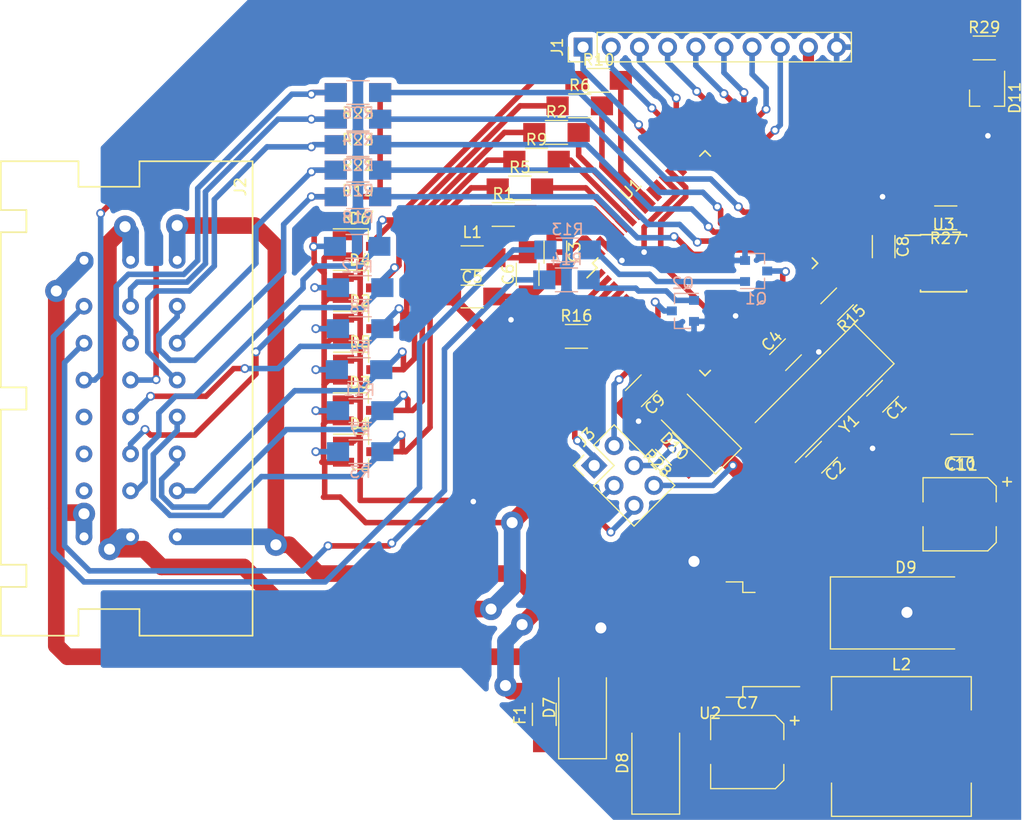
<source format=kicad_pcb>
(kicad_pcb (version 4) (host pcbnew 4.0.7)
  (layers (0 F.Cu signal) (31 B.Cu signal hide) (34 B.Paste user) (35 F.Paste user) (36 B.SilkS user) (37 F.SilkS user) (38 B.Mask user) (39 F.Mask user) (44 Edge.Cuts user))
  (net 0 "")
  (net 1 "Net-(C1-Pad1)")
  (net 2 GND)
  (net 3 "Net-(C2-Pad2)")
  (net 4 "Net-(C3-Pad1)")
  (net 5 /VCC)
  (net 6 "Net-(C6-Pad2)")
  (net 7 "Net-(C7-Pad1)")
  (net 8 /RESET)
  (net 9 /CANL)
  (net 10 /CANH)
  (net 11 /+12)
  (net 12 /PDO)
  (net 13 /SCK)
  (net 14 /PDI)
  (net 15 "Net-(Q1-Pad1)")
  (net 16 /TIMER1)
  (net 17 "Net-(Q2-Pad1)")
  (net 18 /TIMER3)
  (net 19 /TXCAN)
  (net 20 /RXCAN)
  (net 21 /P1_IN)
  (net 22 /P2_IN)
  (net 23 /P3_IN)
  (net 24 /P4_IN)
  (net 25 /P5_IN)
  (net 26 /ANALOG1_IN)
  (net 27 /ANALOG4_IN)
  (net 28 /ANALOG2_IN)
  (net 29 /ANALOG5_IN)
  (net 30 /ANALOG3_IN)
  (net 31 /IND2)
  (net 32 /IND1)
  (net 33 /ANALOG1)
  (net 34 /ANALOG4)
  (net 35 /ANALOG2)
  (net 36 /ANALOG5)
  (net 37 /ANALOG3)
  (net 38 /P1)
  (net 39 /P2)
  (net 40 /P3)
  (net 41 /P4)
  (net 42 /P5)
  (net 43 /External_Analog0)
  (net 44 /External_Analog1)
  (net 45 /External_Analog2)
  (net 46 /External_Analog3)
  (net 47 /External_Analog4)
  (net 48 /External_Analog5)
  (net 49 /External_Analog6)
  (net 50 /External_Analog7)
  (net 51 /ANALOG6_IN)
  (net 52 "Net-(D7-Pad1)")
  (net 53 "Net-(D9-Pad1)")
  (net 54 /ANALOG6)
  (net 55 "Net-(R27-Pad1)")
  (module Pin_Headers:Pin_Header_Straight_2x03_Pitch2.54mm (layer F.Cu) (at 66.5 59.75 45)
    (fp_text reference J3 (at 1.27 -2.33 45) (layer F.SilkS))
    (fp_text value Conn_02x03_Counter_Clockwise)
    (pad 1 thru_hole rect (at 0 0 45) (size 1.7 1.7) (drill 1) (layers *.Cu *.Mask) (net 12 /PDO))
    (pad 2 thru_hole oval (at 2.54 0 45) (size 1.7 1.7) (drill 1) (layers *.Cu *.Mask) (net 13 /SCK))
    (pad 3 thru_hole oval (at 0 2.54 45) (size 1.7 1.7) (drill 1) (layers *.Cu *.Mask) (net 2 GND))
    (pad 4 thru_hole oval (at 2.54 2.54 45) (size 1.7 1.7) (drill 1) (layers *.Cu *.Mask) (net 8 /RESET))
    (pad 5 thru_hole oval (at 0 5.08 45) (size 1.7 1.7) (drill 1) (layers *.Cu *.Mask) (net 14 /PDI))
    (pad 6 thru_hole oval (at 2.54 5.08 45) (size 1.7 1.7) (drill 1) (layers *.Cu *.Mask) (net 5 /VCC))
  )
  (module Capacitors_SMD:C_1206_HandSoldering (layer F.Cu) (at 92.5 53.5 225)
    (fp_text reference C1 (at 0 -1.75 225) (layer F.SilkS))
    (fp_text value 22pF)
    (pad 1 smd rect (at -2 0 225) (size 2 1.6) (layers F.Cu F.Paste F.Mask) (net 1 "Net-(C1-Pad1)"))
    (pad 2 smd rect (at 2 0 225) (size 2 1.6) (layers F.Cu F.Paste F.Mask) (net 2 GND))
  )
  (module Capacitors_SMD:C_1206_HandSoldering (layer F.Cu) (at 87 59 225)
    (fp_text reference C2 (at 0 -1.75 225) (layer F.SilkS))
    (fp_text value 22pF)
    (pad 1 smd rect (at -2 0 225) (size 2 1.6) (layers F.Cu F.Paste F.Mask) (net 2 GND))
    (pad 2 smd rect (at 2 0 225) (size 2 1.6) (layers F.Cu F.Paste F.Mask) (net 3 "Net-(C2-Pad2)"))
  )
  (module Capacitors_SMD:C_1206_HandSoldering (layer F.Cu) (at 63 40.5 270)
    (fp_text reference C3 (at 0 -1.75 270) (layer F.SilkS))
    (fp_text value 100nF)
    (pad 1 smd rect (at -2 0 270) (size 2 1.6) (layers F.Cu F.Paste F.Mask) (net 4 "Net-(C3-Pad1)"))
    (pad 2 smd rect (at 2 0 270) (size 2 1.6) (layers F.Cu F.Paste F.Mask) (net 2 GND))
  )
  (module Capacitors_SMD:C_1206_HandSoldering (layer F.Cu) (at 83.75 49.75 45)
    (fp_text reference C4 (at 0 -1.75 45) (layer F.SilkS))
    (fp_text value 100nF)
    (pad 1 smd rect (at -2 0 45) (size 2 1.6) (layers F.Cu F.Paste F.Mask) (net 5 /VCC))
    (pad 2 smd rect (at 2 0 45) (size 2 1.6) (layers F.Cu F.Paste F.Mask) (net 2 GND))
  )
  (module Capacitors_SMD:C_1206_HandSoldering (layer F.Cu) (at 55.5 44.5)
    (fp_text reference C5 (at 0 -1.75) (layer F.SilkS))
    (fp_text value 100nF)
    (pad 1 smd rect (at -2 0) (size 2 1.6) (layers F.Cu F.Paste F.Mask) (net 5 /VCC))
    (pad 2 smd rect (at 2 0) (size 2 1.6) (layers F.Cu F.Paste F.Mask) (net 2 GND))
  )
  (module Capacitors_SMD:C_1206_HandSoldering (layer F.Cu) (at 60.5 42.5 90)
    (fp_text reference C6 (at 0 -1.75 90) (layer F.SilkS))
    (fp_text value 100nF)
    (pad 1 smd rect (at -2 0 90) (size 2 1.6) (layers F.Cu F.Paste F.Mask) (net 2 GND))
    (pad 2 smd rect (at 2 0 90) (size 2 1.6) (layers F.Cu F.Paste F.Mask) (net 6 "Net-(C6-Pad2)"))
  )
  (module Capacitors_SMD:CP_Elec_6.3x7.7 (layer F.Cu) (at 80.3 85.6 180)
    (fp_text reference C7 (at 0 4.43 180) (layer F.SilkS))
    (fp_text value 470uF/16V)
    (fp_text user + (at -4.28 2.91 180) (layer F.SilkS))
    (pad 1 smd rect (at -2.7 0) (size 3.5 1.6) (layers F.Cu F.Paste F.Mask) (net 7 "Net-(C7-Pad1)"))
    (pad 2 smd rect (at 2.7 0) (size 3.5 1.6) (layers F.Cu F.Paste F.Mask) (net 2 GND))
  )
  (module Capacitors_SMD:C_1206_HandSoldering (layer F.Cu) (at 92.6 40 270)
    (fp_text reference C8 (at 0 -1.75 270) (layer F.SilkS))
    (fp_text value 100nF)
    (pad 1 smd rect (at -2 0 270) (size 2 1.6) (layers F.Cu F.Paste F.Mask) (net 2 GND))
    (pad 2 smd rect (at 2 0 270) (size 2 1.6) (layers F.Cu F.Paste F.Mask) (net 5 /VCC))
  )
  (module Capacitors_SMD:C_1206_HandSoldering (layer F.Cu) (at 70.75 53 225)
    (fp_text reference C9 (at 0 -1.75 225) (layer F.SilkS))
    (fp_text value 100nF)
    (pad 1 smd rect (at -2 0 225) (size 2 1.6) (layers F.Cu F.Paste F.Mask) (net 8 /RESET))
    (pad 2 smd rect (at 2 0 225) (size 2 1.6) (layers F.Cu F.Paste F.Mask) (net 2 GND))
  )
  (module Capacitors_SMD:CP_Elec_6.3x5.8 (layer F.Cu) (at 99.45 64.15 180)
    (fp_text reference C10 (at 0 4.56 180) (layer F.SilkS))
    (fp_text value 100uF/6,3V)
    (fp_text user + (at -4.28 3.01 180) (layer F.SilkS))
    (pad 1 smd rect (at -2.7 0) (size 3.5 1.6) (layers F.Cu F.Paste F.Mask) (net 5 /VCC))
    (pad 2 smd rect (at 2.7 0) (size 3.5 1.6) (layers F.Cu F.Paste F.Mask) (net 2 GND))
  )
  (module Capacitors_SMD:C_1206_HandSoldering (layer F.Cu) (at 99.65 57.95 180)
    (fp_text reference C11 (at 0 -1.75 180) (layer F.SilkS))
    (fp_text value 100nF)
    (pad 1 smd rect (at -2 0 180) (size 2 1.6) (layers F.Cu F.Paste F.Mask) (net 5 /VCC))
    (pad 2 smd rect (at 2 0 180) (size 2 1.6) (layers F.Cu F.Paste F.Mask) (net 2 GND))
  )
  (module TO_SOT_Packages_SMD:SOT-23_Handsoldering (layer F.Cu) (at 45.4 58.5)
    (fp_text reference D1 (at 0 -2.5) (layer F.SilkS))
    (fp_text value BAT54S)
    (pad 1 smd rect (at -1.5 -0.95) (size 1.9 0.8) (layers F.Cu F.Paste F.Mask) (net 2 GND))
    (pad 2 smd rect (at -1.5 0.95) (size 1.9 0.8) (layers F.Cu F.Paste F.Mask) (net 5 /VCC))
    (pad 3 smd rect (at 1.5 0) (size 1.9 0.8) (layers F.Cu F.Paste F.Mask) (net 26 /ANALOG1_IN))
  )
  (module TO_SOT_Packages_SMD:SOT-23_Handsoldering (layer F.Cu) (at 45.4 47.4)
    (fp_text reference D2 (at 0 -2.5) (layer F.SilkS))
    (fp_text value BAT54S)
    (pad 1 smd rect (at -1.5 -0.95) (size 1.9 0.8) (layers F.Cu F.Paste F.Mask) (net 2 GND))
    (pad 2 smd rect (at -1.5 0.95) (size 1.9 0.8) (layers F.Cu F.Paste F.Mask) (net 5 /VCC))
    (pad 3 smd rect (at 1.5 0) (size 1.9 0.8) (layers F.Cu F.Paste F.Mask) (net 27 /ANALOG4_IN))
  )
  (module TO_SOT_Packages_SMD:SOT-23_Handsoldering (layer F.Cu) (at 45.375 54.775)
    (fp_text reference D3 (at 0 -2.5) (layer F.SilkS))
    (fp_text value BAT54S)
    (pad 1 smd rect (at -1.5 -0.95) (size 1.9 0.8) (layers F.Cu F.Paste F.Mask) (net 2 GND))
    (pad 2 smd rect (at -1.5 0.95) (size 1.9 0.8) (layers F.Cu F.Paste F.Mask) (net 5 /VCC))
    (pad 3 smd rect (at 1.5 0) (size 1.9 0.8) (layers F.Cu F.Paste F.Mask) (net 28 /ANALOG2_IN))
  )
  (module TO_SOT_Packages_SMD:SOT-23_Handsoldering (layer F.Cu) (at 45.375 43.725)
    (fp_text reference D4 (at 0 -2.5) (layer F.SilkS))
    (fp_text value BAT54S)
    (pad 1 smd rect (at -1.5 -0.95) (size 1.9 0.8) (layers F.Cu F.Paste F.Mask) (net 2 GND))
    (pad 2 smd rect (at -1.5 0.95) (size 1.9 0.8) (layers F.Cu F.Paste F.Mask) (net 5 /VCC))
    (pad 3 smd rect (at 1.5 0) (size 1.9 0.8) (layers F.Cu F.Paste F.Mask) (net 29 /ANALOG5_IN))
  )
  (module TO_SOT_Packages_SMD:SOT-23_Handsoldering (layer F.Cu) (at 45.4 51.1)
    (fp_text reference D5 (at 0 -2.5) (layer F.SilkS))
    (fp_text value BAT54S)
    (pad 1 smd rect (at -1.5 -0.95) (size 1.9 0.8) (layers F.Cu F.Paste F.Mask) (net 2 GND))
    (pad 2 smd rect (at -1.5 0.95) (size 1.9 0.8) (layers F.Cu F.Paste F.Mask) (net 5 /VCC))
    (pad 3 smd rect (at 1.5 0) (size 1.9 0.8) (layers F.Cu F.Paste F.Mask) (net 30 /ANALOG3_IN))
  )
  (module TO_SOT_Packages_SMD:SOT-23_Handsoldering (layer F.Cu) (at 45.375 39.975)
    (fp_text reference D6 (at 0 -2.5) (layer F.SilkS))
    (fp_text value BAT54S)
    (pad 1 smd rect (at -1.5 -0.95) (size 1.9 0.8) (layers F.Cu F.Paste F.Mask) (net 2 GND))
    (pad 2 smd rect (at -1.5 0.95) (size 1.9 0.8) (layers F.Cu F.Paste F.Mask) (net 5 /VCC))
    (pad 3 smd rect (at 1.5 0) (size 1.9 0.8) (layers F.Cu F.Paste F.Mask) (net 51 /ANALOG6_IN))
  )
  (module Diodes_SMD:D_SMB_Handsoldering (layer F.Cu) (at 65.45 81.6 90)
    (fp_text reference D7 (at 0 -3 90) (layer F.SilkS))
    (fp_text value SMBJ14CA)
    (pad 1 smd rect (at -2.7 0 90) (size 3.5 2.3) (layers F.Cu F.Paste F.Mask) (net 52 "Net-(D7-Pad1)"))
    (pad 2 smd rect (at 2.7 0 90) (size 3.5 2.3) (layers F.Cu F.Paste F.Mask) (net 2 GND))
  )
  (module Diodes_SMD:D_SMB_Handsoldering (layer F.Cu) (at 72.05 86.6 90)
    (fp_text reference D8 (at 0 -3 90) (layer F.SilkS))
    (fp_text value SS24)
    (pad 1 smd rect (at -2.7 0 90) (size 3.5 2.3) (layers F.Cu F.Paste F.Mask) (net 7 "Net-(C7-Pad1)"))
    (pad 2 smd rect (at 2.7 0 90) (size 3.5 2.3) (layers F.Cu F.Paste F.Mask) (net 52 "Net-(D7-Pad1)"))
  )
  (module Diodes_SMD:D_SMC_Handsoldering (layer F.Cu) (at 94.6 73.05)
    (fp_text reference D9 (at 0 -4.1) (layer F.SilkS))
    (fp_text value SS34)
    (pad 1 smd rect (at -4.4 0 90) (size 3.3 4.5) (layers F.Cu F.Paste F.Mask) (net 53 "Net-(D9-Pad1)"))
    (pad 2 smd rect (at 4.4 0 90) (size 3.3 4.5) (layers F.Cu F.Paste F.Mask) (net 2 GND))
  )
  (module Diodes_SMD:D_SMA_Handsoldering (layer F.Cu) (at 75.5 56.25 135)
    (fp_text reference D10 (at 0 -2.5 135) (layer F.SilkS))
    (fp_text value 1n4148)
    (pad 1 smd rect (at -2.5 0 135) (size 3.5 1.8) (layers F.Cu F.Paste F.Mask) (net 5 /VCC))
    (pad 2 smd rect (at 2.5 0 135) (size 3.5 1.8) (layers F.Cu F.Paste F.Mask) (net 8 /RESET))
  )
  (module TO_SOT_Packages_SMD:SOT-23_Handsoldering (layer F.Cu) (at 101.925 26.575 270)
    (fp_text reference D11 (at 0 -2.5 270) (layer F.SilkS))
    (fp_text value SM712)
    (pad 1 smd rect (at -1.5 -0.95 270) (size 1.9 0.8) (layers F.Cu F.Paste F.Mask) (net 9 /CANL))
    (pad 2 smd rect (at -1.5 0.95 270) (size 1.9 0.8) (layers F.Cu F.Paste F.Mask) (net 10 /CANH))
    (pad 3 smd rect (at 1.5 0 270) (size 1.9 0.8) (layers F.Cu F.Paste F.Mask) (net 2 GND))
  )
  (module Fuse_Holders_and_Fuses:Fuse_SMD1206_HandSoldering (layer F.Cu) (at 62 82.2 90)
    (fp_text reference F1 (at -0.05 -2.2 90) (layer F.SilkS))
    (fp_text value Fuse)
    (pad 1 smd rect (at -2.09 0 180) (size 2.03 2.65) (layers F.Cu F.Paste F.Mask) (net 52 "Net-(D7-Pad1)"))
    (pad 2 smd rect (at 2.09 0 180) (size 2.03 2.65) (layers F.Cu F.Paste F.Mask) (net 11 /+12))
  )
  (module Pin_Headers:Pin_Header_Straight_1x10_Pitch2.54mm (layer F.Cu) (at 65.5 22 90)
    (fp_text reference J1 (at 0 -2.33 90) (layer F.SilkS))
    (fp_text value Conn_01x10)
    (pad 1 thru_hole rect (at 0 0 90) (size 1.7 1.7) (drill 1) (layers *.Cu *.Mask) (net 43 /External_Analog0))
    (pad 2 thru_hole oval (at 0 2.54 90) (size 1.7 1.7) (drill 1) (layers *.Cu *.Mask) (net 44 /External_Analog1))
    (pad 3 thru_hole oval (at 0 5.08 90) (size 1.7 1.7) (drill 1) (layers *.Cu *.Mask) (net 45 /External_Analog2))
    (pad 4 thru_hole oval (at 0 7.62 90) (size 1.7 1.7) (drill 1) (layers *.Cu *.Mask) (net 46 /External_Analog3))
    (pad 5 thru_hole oval (at 0 10.16 90) (size 1.7 1.7) (drill 1) (layers *.Cu *.Mask) (net 47 /External_Analog4))
    (pad 6 thru_hole oval (at 0 12.7 90) (size 1.7 1.7) (drill 1) (layers *.Cu *.Mask) (net 48 /External_Analog5))
    (pad 7 thru_hole oval (at 0 15.24 90) (size 1.7 1.7) (drill 1) (layers *.Cu *.Mask) (net 49 /External_Analog6))
    (pad 8 thru_hole oval (at 0 17.78 90) (size 1.7 1.7) (drill 1) (layers *.Cu *.Mask) (net 50 /External_Analog7))
    (pad 9 thru_hole oval (at 0 20.32 90) (size 1.7 1.7) (drill 1) (layers *.Cu *.Mask) (net 5 /VCC))
    (pad 10 thru_hole oval (at 0 22.86 90) (size 1.7 1.7) (drill 1) (layers *.Cu *.Mask) (net 2 GND))
  )
  (module fci:fci_connector_24pin (layer F.Cu) (at 24.7 53.7 270)
    (fp_text reference J2 (at -19.1 -9.9 270) (layer F.SilkS))
    (fp_text value fci_connector_24pin)
    (pad 24 thru_hole circle (at 12.48 4.2 270) (size 1.5 1.5) (drill 0.8) (layers *.Cu *.Mask) (net 2 GND))
    (pad 23 thru_hole circle (at 8.33 4.2 270) (size 1.5 1.5) (drill 0.8) (layers *.Cu *.Mask))
    (pad 22 thru_hole circle (at 5 4.2 270) (size 1.5 1.5) (drill 0.8) (layers *.Cu *.Mask))
    (pad 21 thru_hole circle (at 1.67 4.2 270) (size 1.5 1.5) (drill 0.8) (layers *.Cu *.Mask))
    (pad 20 thru_hole circle (at -1.66 4.2 270) (size 1.5 1.5) (drill 0.8) (layers *.Cu *.Mask) (net 9 /CANL))
    (pad 19 thru_hole circle (at -4.99 4.2 270) (size 1.5 1.5) (drill 0.8) (layers *.Cu *.Mask) (net 31 /IND2))
    (pad 18 thru_hole circle (at -8.32 4.2 270) (size 1.5 1.5) (drill 0.8) (layers *.Cu *.Mask) (net 32 /IND1))
    (pad 15 thru_hole circle (at 8.33 0 270) (size 1.5 1.5) (drill 0.8) (layers *.Cu *.Mask) (net 51 /ANALOG6_IN))
    (pad 14 thru_hole circle (at 5 0 270) (size 1.5 1.5) (drill 0.8) (layers *.Cu *.Mask) (net 29 /ANALOG5_IN))
    (pad 13 thru_hole circle (at 1.67 0 270) (size 1.5 1.5) (drill 0.8) (layers *.Cu *.Mask) (net 27 /ANALOG4_IN))
    (pad 12 thru_hole circle (at -1.66 0 270) (size 1.5 1.5) (drill 0.8) (layers *.Cu *.Mask) (net 10 /CANH))
    (pad 11 thru_hole circle (at -4.99 0 270) (size 1.5 1.5) (drill 0.8) (layers *.Cu *.Mask) (net 25 /P5_IN))
    (pad 10 thru_hole circle (at -8.32 0 270) (size 1.5 1.5) (drill 0.8) (layers *.Cu *.Mask) (net 24 /P4_IN))
    (pad 7 thru_hole circle (at 8.33 -4.2 270) (size 1.5 1.5) (drill 0.8) (layers *.Cu *.Mask) (net 30 /ANALOG3_IN))
    (pad 6 thru_hole circle (at 5 -4.2 270) (size 1.5 1.5) (drill 0.8) (layers *.Cu *.Mask) (net 28 /ANALOG2_IN))
    (pad 5 thru_hole circle (at 1.67 -4.2 270) (size 1.5 1.5) (drill 0.8) (layers *.Cu *.Mask) (net 26 /ANALOG1_IN))
    (pad 4 thru_hole circle (at -1.66 -4.2 270) (size 1.5 1.5) (drill 0.8) (layers *.Cu *.Mask) (net 23 /P3_IN))
    (pad 3 thru_hole circle (at -4.99 -4.2 270) (size 1.5 1.5) (drill 0.8) (layers *.Cu *.Mask) (net 22 /P2_IN))
    (pad 2 thru_hole circle (at -8.32 -4.2 270) (size 1.5 1.5) (drill 0.8) (layers *.Cu *.Mask) (net 21 /P1_IN))
    (pad 17 thru_hole circle (at -12.47 4.2 270) (size 1.5 1.5) (drill 0.8) (layers *.Cu *.Mask) (net 2 GND))
    (pad 16 thru_hole circle (at 12.48 0 270) (size 1.5 1.5) (drill 0.8) (layers *.Cu *.Mask) (net 5 /VCC))
    (pad 9 thru_hole circle (at -12.47 0 270) (size 1.5 1.5) (drill 0.8) (layers *.Cu *.Mask) (net 5 /VCC))
    (pad 8 thru_hole circle (at 12.48 -4.2 270) (size 1.5 1.5) (drill 0.8) (layers *.Cu *.Mask) (net 11 /+12))
    (pad 1 thru_hole circle (at -12.47 -4.2 270) (size 1.5 1.5) (drill 0.8) (layers *.Cu *.Mask) (net 11 /+12))
  )
  (module Inductors_SMD:L_1206_HandSoldering (layer F.Cu) (at 55.5 41)
    (fp_text reference L1 (at 0 -2.3) (layer F.SilkS))
    (fp_text value 10uH)
    (pad 1 smd rect (at -2 0) (size 2 1.7) (layers F.Cu F.Paste F.Mask) (net 5 /VCC))
    (pad 2 smd rect (at 2 0) (size 2 1.7) (layers F.Cu F.Paste F.Mask) (net 6 "Net-(C6-Pad2)"))
  )
  (module Inductors_SMD:L_12x12mm_h8mm (layer F.Cu) (at 94.2 85.1)
    (fp_text reference L2 (at 0 -7.4) (layer F.SilkS))
    (fp_text value 33uH/3A)
    (pad 1 smd rect (at -4.95 0) (size 2.9 5.4) (layers F.Cu F.Paste F.Mask) (net 53 "Net-(D9-Pad1)"))
    (pad 2 smd rect (at 4.95 0) (size 2.9 5.4) (layers F.Cu F.Paste F.Mask) (net 5 /VCC))
  )
  (module TO_SOT_Packages_SMD:SOT-23 (layer B.Cu) (at 81.1 42.2)
    (fp_text reference Q1 (at 0 2.5) (layer B.SilkS) (effects (justify mirror)))
    (fp_text value BC817)
    (pad 1 smd rect (at -1 0.95) (size 0.9 0.8) (layers B.Cu B.Paste B.Mask) (net 15 "Net-(Q1-Pad1)"))
    (pad 2 smd rect (at -1 -0.95) (size 0.9 0.8) (layers B.Cu B.Paste B.Mask) (net 2 GND))
    (pad 3 smd rect (at 1 0) (size 0.9 0.8) (layers B.Cu B.Paste B.Mask) (net 16 /TIMER1))
  )
  (module TO_SOT_Packages_SMD:SOT-23 (layer B.Cu) (at 74.5 45.8 180)
    (fp_text reference Q2 (at 0 2.5 180) (layer B.SilkS) (effects (justify mirror)))
    (fp_text value BC817)
    (pad 1 smd rect (at -1 0.95 180) (size 0.9 0.8) (layers B.Cu B.Paste B.Mask) (net 17 "Net-(Q2-Pad1)"))
    (pad 2 smd rect (at -1 -0.95 180) (size 0.9 0.8) (layers B.Cu B.Paste B.Mask) (net 2 GND))
    (pad 3 smd rect (at 1 0 180) (size 0.9 0.8) (layers B.Cu B.Paste B.Mask) (net 18 /TIMER3))
  )
  (module Resistors_SMD:R_1206_HandSoldering (layer F.Cu) (at 58.3 37.1)
    (fp_text reference R1 (at 0 -1.85) (layer F.SilkS))
    (fp_text value 470)
    (pad 1 smd rect (at -2 0) (size 2 1.7) (layers F.Cu F.Paste F.Mask) (net 26 /ANALOG1_IN))
    (pad 2 smd rect (at 2 0) (size 2 1.7) (layers F.Cu F.Paste F.Mask) (net 33 /ANALOG1))
  )
  (module Resistors_SMD:R_1206_HandSoldering (layer F.Cu) (at 63.1 29.7)
    (fp_text reference R2 (at 0 -1.85) (layer F.SilkS))
    (fp_text value 470)
    (pad 1 smd rect (at -2 0) (size 2 1.7) (layers F.Cu F.Paste F.Mask) (net 27 /ANALOG4_IN))
    (pad 2 smd rect (at 2 0) (size 2 1.7) (layers F.Cu F.Paste F.Mask) (net 34 /ANALOG4))
  )
  (module Resistors_SMD:R_1206_HandSoldering (layer B.Cu) (at 45.4 58.5)
    (fp_text reference R3 (at 0 1.85) (layer B.SilkS) (effects (justify mirror)))
    (fp_text value 4k7)
    (pad 1 smd rect (at -2 0) (size 2 1.7) (layers B.Cu B.Paste B.Mask) (net 5 /VCC))
    (pad 2 smd rect (at 2 0) (size 2 1.7) (layers B.Cu B.Paste B.Mask) (net 26 /ANALOG1_IN))
  )
  (module Resistors_SMD:R_1206_HandSoldering (layer B.Cu) (at 45.4 47.4)
    (fp_text reference R4 (at 0 1.85) (layer B.SilkS) (effects (justify mirror)))
    (fp_text value 4k7)
    (pad 1 smd rect (at -2 0) (size 2 1.7) (layers B.Cu B.Paste B.Mask) (net 5 /VCC))
    (pad 2 smd rect (at 2 0) (size 2 1.7) (layers B.Cu B.Paste B.Mask) (net 27 /ANALOG4_IN))
  )
  (module Resistors_SMD:R_1206_HandSoldering (layer F.Cu) (at 59.8 34.7)
    (fp_text reference R5 (at 0 -1.85) (layer F.SilkS))
    (fp_text value 470)
    (pad 1 smd rect (at -2 0) (size 2 1.7) (layers F.Cu F.Paste F.Mask) (net 28 /ANALOG2_IN))
    (pad 2 smd rect (at 2 0) (size 2 1.7) (layers F.Cu F.Paste F.Mask) (net 35 /ANALOG2))
  )
  (module Resistors_SMD:R_1206_HandSoldering (layer F.Cu) (at 65.2 27.3)
    (fp_text reference R6 (at 0 -1.85) (layer F.SilkS))
    (fp_text value 470)
    (pad 1 smd rect (at -2 0) (size 2 1.7) (layers F.Cu F.Paste F.Mask) (net 29 /ANALOG5_IN))
    (pad 2 smd rect (at 2 0) (size 2 1.7) (layers F.Cu F.Paste F.Mask) (net 36 /ANALOG5))
  )
  (module Resistors_SMD:R_1206_HandSoldering (layer B.Cu) (at 45.4 54.8)
    (fp_text reference R7 (at 0 1.85) (layer B.SilkS) (effects (justify mirror)))
    (fp_text value 4k7)
    (pad 1 smd rect (at -2 0) (size 2 1.7) (layers B.Cu B.Paste B.Mask) (net 5 /VCC))
    (pad 2 smd rect (at 2 0) (size 2 1.7) (layers B.Cu B.Paste B.Mask) (net 28 /ANALOG2_IN))
  )
  (module Resistors_SMD:R_1206_HandSoldering (layer B.Cu) (at 45.4 43.7)
    (fp_text reference R8 (at 0 1.85) (layer B.SilkS) (effects (justify mirror)))
    (fp_text value 4k7)
    (pad 1 smd rect (at -2 0) (size 2 1.7) (layers B.Cu B.Paste B.Mask) (net 5 /VCC))
    (pad 2 smd rect (at 2 0) (size 2 1.7) (layers B.Cu B.Paste B.Mask) (net 29 /ANALOG5_IN))
  )
  (module Resistors_SMD:R_1206_HandSoldering (layer F.Cu) (at 61.3 32.2)
    (fp_text reference R9 (at 0 -1.85) (layer F.SilkS))
    (fp_text value 470)
    (pad 1 smd rect (at -2 0) (size 2 1.7) (layers F.Cu F.Paste F.Mask) (net 30 /ANALOG3_IN))
    (pad 2 smd rect (at 2 0) (size 2 1.7) (layers F.Cu F.Paste F.Mask) (net 37 /ANALOG3))
  )
  (module Resistors_SMD:R_1206_HandSoldering (layer F.Cu) (at 66.9 25)
    (fp_text reference R10 (at 0 -1.85) (layer F.SilkS))
    (fp_text value 470)
    (pad 1 smd rect (at -2 0) (size 2 1.7) (layers F.Cu F.Paste F.Mask) (net 51 /ANALOG6_IN))
    (pad 2 smd rect (at 2 0) (size 2 1.7) (layers F.Cu F.Paste F.Mask) (net 54 /ANALOG6))
  )
  (module Resistors_SMD:R_1206_HandSoldering (layer B.Cu) (at 45.3 51.1)
    (fp_text reference R11 (at 0 1.85) (layer B.SilkS) (effects (justify mirror)))
    (fp_text value 4k7)
    (pad 1 smd rect (at -2 0) (size 2 1.7) (layers B.Cu B.Paste B.Mask) (net 5 /VCC))
    (pad 2 smd rect (at 2 0) (size 2 1.7) (layers B.Cu B.Paste B.Mask) (net 30 /ANALOG3_IN))
  )
  (module Resistors_SMD:R_1206_HandSoldering (layer B.Cu) (at 45.125 39.975)
    (fp_text reference R12 (at 0 1.85) (layer B.SilkS) (effects (justify mirror)))
    (fp_text value 4k7)
    (pad 1 smd rect (at -2 0) (size 2 1.7) (layers B.Cu B.Paste B.Mask) (net 5 /VCC))
    (pad 2 smd rect (at 2 0) (size 2 1.7) (layers B.Cu B.Paste B.Mask) (net 51 /ANALOG6_IN))
  )
  (module Resistors_SMD:R_1206_HandSoldering (layer B.Cu) (at 64.1 40.3 180)
    (fp_text reference R13 (at 0 1.85 180) (layer B.SilkS) (effects (justify mirror)))
    (fp_text value 2k7)
    (pad 1 smd rect (at -2 0 180) (size 2 1.7) (layers B.Cu B.Paste B.Mask) (net 15 "Net-(Q1-Pad1)"))
    (pad 2 smd rect (at 2 0 180) (size 2 1.7) (layers B.Cu B.Paste B.Mask) (net 32 /IND1))
  )
  (module Resistors_SMD:R_1206_HandSoldering (layer B.Cu) (at 64 43 180)
    (fp_text reference R14 (at 0 1.85 180) (layer B.SilkS) (effects (justify mirror)))
    (fp_text value 2k7)
    (pad 1 smd rect (at -2 0 180) (size 2 1.7) (layers B.Cu B.Paste B.Mask) (net 17 "Net-(Q2-Pad1)"))
    (pad 2 smd rect (at 2 0 180) (size 2 1.7) (layers B.Cu B.Paste B.Mask) (net 31 /IND2))
  )
  (module Resistors_SMD:R_1206_HandSoldering (layer F.Cu) (at 88.4 45.2 225)
    (fp_text reference R15 (at 0 -1.850001 225) (layer F.SilkS))
    (fp_text value 4k7)
    (pad 1 smd rect (at -2 0 225) (size 2 1.7) (layers F.Cu F.Paste F.Mask) (net 5 /VCC))
    (pad 2 smd rect (at 2 0 225) (size 2 1.7) (layers F.Cu F.Paste F.Mask) (net 16 /TIMER1))
  )
  (module Resistors_SMD:R_1206_HandSoldering (layer F.Cu) (at 64.9 48.1)
    (fp_text reference R16 (at 0 -1.85) (layer F.SilkS))
    (fp_text value 4k7)
    (pad 1 smd rect (at -2 0) (size 2 1.7) (layers F.Cu F.Paste F.Mask) (net 5 /VCC))
    (pad 2 smd rect (at 2 0) (size 2 1.7) (layers F.Cu F.Paste F.Mask) (net 18 /TIMER3))
  )
  (module Resistors_SMD:R_1206_HandSoldering (layer F.Cu) (at 45.2 35.5 180)
    (fp_text reference R17 (at 0 -1.85 180) (layer F.SilkS))
    (fp_text value 4k7)
    (pad 1 smd rect (at -2 0 180) (size 2 1.7) (layers F.Cu F.Paste F.Mask) (net 5 /VCC))
    (pad 2 smd rect (at 2 0 180) (size 2 1.7) (layers F.Cu F.Paste F.Mask) (net 21 /P1_IN))
  )
  (module Resistors_SMD:R_1206_HandSoldering (layer B.Cu) (at 45.2 35.5)
    (fp_text reference R18 (at 0 1.85) (layer B.SilkS) (effects (justify mirror)))
    (fp_text value 100)
    (pad 1 smd rect (at -2 0) (size 2 1.7) (layers B.Cu B.Paste B.Mask) (net 21 /P1_IN))
    (pad 2 smd rect (at 2 0) (size 2 1.7) (layers B.Cu B.Paste B.Mask) (net 38 /P1))
  )
  (module Resistors_SMD:R_1206_HandSoldering (layer F.Cu) (at 45.2 33.1 180)
    (fp_text reference R19 (at 0 -1.85 180) (layer F.SilkS))
    (fp_text value 4k7)
    (pad 1 smd rect (at -2 0 180) (size 2 1.7) (layers F.Cu F.Paste F.Mask) (net 5 /VCC))
    (pad 2 smd rect (at 2 0 180) (size 2 1.7) (layers F.Cu F.Paste F.Mask) (net 22 /P2_IN))
  )
  (module Resistors_SMD:R_1206_HandSoldering (layer B.Cu) (at 45.2 33.1)
    (fp_text reference R20 (at 0 1.85) (layer B.SilkS) (effects (justify mirror)))
    (fp_text value 100)
    (pad 1 smd rect (at -2 0) (size 2 1.7) (layers B.Cu B.Paste B.Mask) (net 22 /P2_IN))
    (pad 2 smd rect (at 2 0) (size 2 1.7) (layers B.Cu B.Paste B.Mask) (net 39 /P2))
  )
  (module Resistors_SMD:R_1206_HandSoldering (layer F.Cu) (at 45.2 30.8 180)
    (fp_text reference R21 (at 0 -1.85 180) (layer F.SilkS))
    (fp_text value 4k7)
    (pad 1 smd rect (at -2 0 180) (size 2 1.7) (layers F.Cu F.Paste F.Mask) (net 5 /VCC))
    (pad 2 smd rect (at 2 0 180) (size 2 1.7) (layers F.Cu F.Paste F.Mask) (net 23 /P3_IN))
  )
  (module Resistors_SMD:R_1206_HandSoldering (layer B.Cu) (at 45.2 30.8)
    (fp_text reference R22 (at 0 1.85) (layer B.SilkS) (effects (justify mirror)))
    (fp_text value 100)
    (pad 1 smd rect (at -2 0) (size 2 1.7) (layers B.Cu B.Paste B.Mask) (net 23 /P3_IN))
    (pad 2 smd rect (at 2 0) (size 2 1.7) (layers B.Cu B.Paste B.Mask) (net 40 /P3))
  )
  (module Resistors_SMD:R_1206_HandSoldering (layer F.Cu) (at 45.2 28.5 180)
    (fp_text reference R23 (at 0 -1.85 180) (layer F.SilkS))
    (fp_text value 4k7)
    (pad 1 smd rect (at -2 0 180) (size 2 1.7) (layers F.Cu F.Paste F.Mask) (net 5 /VCC))
    (pad 2 smd rect (at 2 0 180) (size 2 1.7) (layers F.Cu F.Paste F.Mask) (net 24 /P4_IN))
  )
  (module Resistors_SMD:R_1206_HandSoldering (layer B.Cu) (at 45.2 28.5)
    (fp_text reference R24 (at 0 1.85) (layer B.SilkS) (effects (justify mirror)))
    (fp_text value 100)
    (pad 1 smd rect (at -2 0) (size 2 1.7) (layers B.Cu B.Paste B.Mask) (net 24 /P4_IN))
    (pad 2 smd rect (at 2 0) (size 2 1.7) (layers B.Cu B.Paste B.Mask) (net 41 /P4))
  )
  (module Resistors_SMD:R_1206_HandSoldering (layer F.Cu) (at 45.2 26.1 180)
    (fp_text reference R25 (at 0 -1.85 180) (layer F.SilkS))
    (fp_text value 4k7)
    (pad 1 smd rect (at -2 0 180) (size 2 1.7) (layers F.Cu F.Paste F.Mask) (net 5 /VCC))
    (pad 2 smd rect (at 2 0 180) (size 2 1.7) (layers F.Cu F.Paste F.Mask) (net 25 /P5_IN))
  )
  (module Resistors_SMD:R_1206_HandSoldering (layer B.Cu) (at 45.2 26.1)
    (fp_text reference R26 (at 0 1.85) (layer B.SilkS) (effects (justify mirror)))
    (fp_text value 100)
    (pad 1 smd rect (at -2 0) (size 2 1.7) (layers B.Cu B.Paste B.Mask) (net 25 /P5_IN))
    (pad 2 smd rect (at 2 0) (size 2 1.7) (layers B.Cu B.Paste B.Mask) (net 42 /P5))
  )
  (module Resistors_SMD:R_1206_HandSoldering (layer F.Cu) (at 98.2 37.4 180)
    (fp_text reference R27 (at 0 -1.85 180) (layer F.SilkS))
    (fp_text value 10k)
    (pad 1 smd rect (at -2 0 180) (size 2 1.7) (layers F.Cu F.Paste F.Mask) (net 55 "Net-(R27-Pad1)"))
    (pad 2 smd rect (at 2 0 180) (size 2 1.7) (layers F.Cu F.Paste F.Mask) (net 2 GND))
  )
  (module Resistors_SMD:R_1206_HandSoldering (layer F.Cu) (at 73.5 58.25 135)
    (fp_text reference R28 (at 0 -1.85 135) (layer F.SilkS))
    (fp_text value 4k7)
    (pad 1 smd rect (at -2 0 135) (size 2 1.7) (layers F.Cu F.Paste F.Mask) (net 5 /VCC))
    (pad 2 smd rect (at 2 0 135) (size 2 1.7) (layers F.Cu F.Paste F.Mask) (net 8 /RESET))
  )
  (module Resistors_SMD:R_1206_HandSoldering (layer F.Cu) (at 101.675 22.075)
    (fp_text reference R29 (at 0 -1.85) (layer F.SilkS))
    (fp_text value 120)
    (pad 1 smd rect (at -2 0) (size 2 1.7) (layers F.Cu F.Paste F.Mask) (net 10 /CANH))
    (pad 2 smd rect (at 2 0) (size 2 1.7) (layers F.Cu F.Paste F.Mask) (net 9 /CANL))
  )
  (module Housings_QFP:TQFP-64_14x14mm_Pitch0.8mm (layer F.Cu) (at 76.5 41.5 45)
    (fp_text reference U1 (at 0 -9.45 45) (layer F.SilkS))
    (fp_text value AT90CAN32-16AU)
    (pad 1 smd rect (at -7.7 -6 45) (size 1.5 0.55) (layers F.Cu F.Paste F.Mask))
    (pad 2 smd rect (at -7.7 -5.2 45) (size 1.5 0.55) (layers F.Cu F.Paste F.Mask) (net 14 /PDI))
    (pad 3 smd rect (at -7.7 -4.4 45) (size 1.5 0.55) (layers F.Cu F.Paste F.Mask) (net 12 /PDO))
    (pad 4 smd rect (at -7.7 -3.6 45) (size 1.5 0.55) (layers F.Cu F.Paste F.Mask))
    (pad 5 smd rect (at -7.7 -2.8 45) (size 1.5 0.55) (layers F.Cu F.Paste F.Mask))
    (pad 6 smd rect (at -7.7 -2 45) (size 1.5 0.55) (layers F.Cu F.Paste F.Mask))
    (pad 7 smd rect (at -7.7 -1.2 45) (size 1.5 0.55) (layers F.Cu F.Paste F.Mask))
    (pad 8 smd rect (at -7.7 -0.4 45) (size 1.5 0.55) (layers F.Cu F.Paste F.Mask))
    (pad 9 smd rect (at -7.7 0.4 45) (size 1.5 0.55) (layers F.Cu F.Paste F.Mask) (net 18 /TIMER3))
    (pad 10 smd rect (at -7.7 1.2 45) (size 1.5 0.55) (layers F.Cu F.Paste F.Mask))
    (pad 11 smd rect (at -7.7 2 45) (size 1.5 0.55) (layers F.Cu F.Paste F.Mask) (net 13 /SCK))
    (pad 12 smd rect (at -7.7 2.8 45) (size 1.5 0.55) (layers F.Cu F.Paste F.Mask))
    (pad 13 smd rect (at -7.7 3.6 45) (size 1.5 0.55) (layers F.Cu F.Paste F.Mask))
    (pad 14 smd rect (at -7.7 4.4 45) (size 1.5 0.55) (layers F.Cu F.Paste F.Mask))
    (pad 15 smd rect (at -7.7 5.2 45) (size 1.5 0.55) (layers F.Cu F.Paste F.Mask))
    (pad 16 smd rect (at -7.7 6 45) (size 1.5 0.55) (layers F.Cu F.Paste F.Mask))
    (pad 17 smd rect (at -6 7.7 135) (size 1.5 0.55) (layers F.Cu F.Paste F.Mask))
    (pad 18 smd rect (at -5.2 7.7 135) (size 1.5 0.55) (layers F.Cu F.Paste F.Mask))
    (pad 19 smd rect (at -4.4 7.7 135) (size 1.5 0.55) (layers F.Cu F.Paste F.Mask))
    (pad 20 smd rect (at -3.6 7.7 135) (size 1.5 0.55) (layers F.Cu F.Paste F.Mask) (net 8 /RESET))
    (pad 21 smd rect (at -2.8 7.7 135) (size 1.5 0.55) (layers F.Cu F.Paste F.Mask) (net 5 /VCC))
    (pad 22 smd rect (at -2 7.7 135) (size 1.5 0.55) (layers F.Cu F.Paste F.Mask) (net 2 GND))
    (pad 23 smd rect (at -1.2 7.7 135) (size 1.5 0.55) (layers F.Cu F.Paste F.Mask) (net 3 "Net-(C2-Pad2)"))
    (pad 24 smd rect (at -0.4 7.7 135) (size 1.5 0.55) (layers F.Cu F.Paste F.Mask) (net 1 "Net-(C1-Pad1)"))
    (pad 25 smd rect (at 0.4 7.7 135) (size 1.5 0.55) (layers F.Cu F.Paste F.Mask))
    (pad 26 smd rect (at 1.2 7.7 135) (size 1.5 0.55) (layers F.Cu F.Paste F.Mask))
    (pad 27 smd rect (at 2 7.7 135) (size 1.5 0.55) (layers F.Cu F.Paste F.Mask))
    (pad 28 smd rect (at 2.8 7.7 135) (size 1.5 0.55) (layers F.Cu F.Paste F.Mask))
    (pad 29 smd rect (at 3.6 7.7 135) (size 1.5 0.55) (layers F.Cu F.Paste F.Mask) (net 16 /TIMER1))
    (pad 30 smd rect (at 4.4 7.7 135) (size 1.5 0.55) (layers F.Cu F.Paste F.Mask) (net 19 /TXCAN))
    (pad 31 smd rect (at 5.2 7.7 135) (size 1.5 0.55) (layers F.Cu F.Paste F.Mask) (net 20 /RXCAN))
    (pad 32 smd rect (at 6 7.7 135) (size 1.5 0.55) (layers F.Cu F.Paste F.Mask))
    (pad 33 smd rect (at 7.7 6 45) (size 1.5 0.55) (layers F.Cu F.Paste F.Mask))
    (pad 34 smd rect (at 7.7 5.2 45) (size 1.5 0.55) (layers F.Cu F.Paste F.Mask))
    (pad 35 smd rect (at 7.7 4.4 45) (size 1.5 0.55) (layers F.Cu F.Paste F.Mask))
    (pad 36 smd rect (at 7.7 3.6 45) (size 1.5 0.55) (layers F.Cu F.Paste F.Mask))
    (pad 37 smd rect (at 7.7 2.8 45) (size 1.5 0.55) (layers F.Cu F.Paste F.Mask) (net 38 /P1))
    (pad 38 smd rect (at 7.7 2 45) (size 1.5 0.55) (layers F.Cu F.Paste F.Mask) (net 39 /P2))
    (pad 39 smd rect (at 7.7 1.2 45) (size 1.5 0.55) (layers F.Cu F.Paste F.Mask) (net 40 /P3))
    (pad 40 smd rect (at 7.7 0.4 45) (size 1.5 0.55) (layers F.Cu F.Paste F.Mask) (net 41 /P4))
    (pad 41 smd rect (at 7.7 -0.4 45) (size 1.5 0.55) (layers F.Cu F.Paste F.Mask) (net 42 /P5))
    (pad 42 smd rect (at 7.7 -1.2 45) (size 1.5 0.55) (layers F.Cu F.Paste F.Mask))
    (pad 43 smd rect (at 7.7 -2 45) (size 1.5 0.55) (layers F.Cu F.Paste F.Mask))
    (pad 44 smd rect (at 7.7 -2.8 45) (size 1.5 0.55) (layers F.Cu F.Paste F.Mask) (net 50 /External_Analog7))
    (pad 45 smd rect (at 7.7 -3.6 45) (size 1.5 0.55) (layers F.Cu F.Paste F.Mask) (net 49 /External_Analog6))
    (pad 46 smd rect (at 7.7 -4.4 45) (size 1.5 0.55) (layers F.Cu F.Paste F.Mask) (net 48 /External_Analog5))
    (pad 47 smd rect (at 7.7 -5.2 45) (size 1.5 0.55) (layers F.Cu F.Paste F.Mask) (net 47 /External_Analog4))
    (pad 48 smd rect (at 7.7 -6 45) (size 1.5 0.55) (layers F.Cu F.Paste F.Mask) (net 46 /External_Analog3))
    (pad 49 smd rect (at 6 -7.7 135) (size 1.5 0.55) (layers F.Cu F.Paste F.Mask) (net 45 /External_Analog2))
    (pad 50 smd rect (at 5.2 -7.7 135) (size 1.5 0.55) (layers F.Cu F.Paste F.Mask) (net 44 /External_Analog1))
    (pad 51 smd rect (at 4.4 -7.7 135) (size 1.5 0.55) (layers F.Cu F.Paste F.Mask) (net 43 /External_Analog0))
    (pad 52 smd rect (at 3.6 -7.7 135) (size 1.5 0.55) (layers F.Cu F.Paste F.Mask) (net 5 /VCC))
    (pad 53 smd rect (at 2.8 -7.7 135) (size 1.5 0.55) (layers F.Cu F.Paste F.Mask) (net 2 GND))
    (pad 54 smd rect (at 2 -7.7 135) (size 1.5 0.55) (layers F.Cu F.Paste F.Mask))
    (pad 55 smd rect (at 1.2 -7.7 135) (size 1.5 0.55) (layers F.Cu F.Paste F.Mask))
    (pad 56 smd rect (at 0.4 -7.7 135) (size 1.5 0.55) (layers F.Cu F.Paste F.Mask) (net 54 /ANALOG6))
    (pad 57 smd rect (at -0.4 -7.7 135) (size 1.5 0.55) (layers F.Cu F.Paste F.Mask) (net 36 /ANALOG5))
    (pad 58 smd rect (at -1.2 -7.7 135) (size 1.5 0.55) (layers F.Cu F.Paste F.Mask) (net 34 /ANALOG4))
    (pad 59 smd rect (at -2 -7.7 135) (size 1.5 0.55) (layers F.Cu F.Paste F.Mask) (net 37 /ANALOG3))
    (pad 60 smd rect (at -2.8 -7.7 135) (size 1.5 0.55) (layers F.Cu F.Paste F.Mask) (net 35 /ANALOG2))
    (pad 61 smd rect (at -3.6 -7.7 135) (size 1.5 0.55) (layers F.Cu F.Paste F.Mask) (net 33 /ANALOG1))
    (pad 62 smd rect (at -4.4 -7.7 135) (size 1.5 0.55) (layers F.Cu F.Paste F.Mask) (net 4 "Net-(C3-Pad1)"))
    (pad 63 smd rect (at -5.2 -7.7 135) (size 1.5 0.55) (layers F.Cu F.Paste F.Mask) (net 2 GND))
    (pad 64 smd rect (at -6 -7.7 135) (size 1.5 0.55) (layers F.Cu F.Paste F.Mask) (net 6 "Net-(C6-Pad2)"))
  )
  (module TO_SOT_Packages_SMD:TO-263-5_TabPin3 (layer F.Cu) (at 76.95 75.45 180)
    (fp_text reference U2 (at 0 -6.65 180) (layer F.SilkS))
    (fp_text value LM2596S-5)
    (pad 1 smd rect (at -5.775 -3.4 180) (size 4.6 1.1) (layers F.Cu F.Paste F.Mask) (net 7 "Net-(C7-Pad1)"))
    (pad 2 smd rect (at -5.775 -1.7 180) (size 4.6 1.1) (layers F.Cu F.Paste F.Mask) (net 53 "Net-(D9-Pad1)"))
    (pad 3 smd rect (at -5.775 0 180) (size 4.6 1.1) (layers F.Cu F.Paste F.Mask) (net 2 GND))
    (pad 4 smd rect (at -5.775 1.7 180) (size 4.6 1.1) (layers F.Cu F.Paste F.Mask) (net 5 /VCC))
    (pad 5 smd rect (at -5.775 3.4 180) (size 4.6 1.1) (layers F.Cu F.Paste F.Mask) (net 2 GND))
    (pad 3 smd rect (at 3.375 0 180) (size 9.4 10.8) (layers F.Cu F.Mask) (net 2 GND))
    (pad 3 smd rect (at 5.8 2.775 180) (size 4.55 5.25) (layers F.Cu F.Paste) (net 2 GND))
    (pad 3 smd rect (at 0.95 -2.775 180) (size 4.55 5.25) (layers F.Cu F.Paste) (net 2 GND))
    (pad 3 smd rect (at 5.8 -2.775 180) (size 4.55 5.25) (layers F.Cu F.Paste) (net 2 GND))
    (pad 3 smd rect (at 0.95 2.775 180) (size 4.55 5.25) (layers F.Cu F.Paste) (net 2 GND))
  )
  (module Housings_SOIC:SOIC-8_3.9x4.9mm_Pitch1.27mm (layer F.Cu) (at 98 41.5)
    (fp_text reference U3 (at 0 -3.5) (layer F.SilkS))
    (fp_text value MCP2551-I/SN)
    (pad 1 smd rect (at -2.7 -1.905) (size 1.55 0.6) (layers F.Cu F.Paste F.Mask) (net 19 /TXCAN))
    (pad 2 smd rect (at -2.7 -0.635) (size 1.55 0.6) (layers F.Cu F.Paste F.Mask) (net 2 GND))
    (pad 3 smd rect (at -2.7 0.635) (size 1.55 0.6) (layers F.Cu F.Paste F.Mask) (net 5 /VCC))
    (pad 4 smd rect (at -2.7 1.905) (size 1.55 0.6) (layers F.Cu F.Paste F.Mask) (net 20 /RXCAN))
    (pad 5 smd rect (at 2.7 1.905) (size 1.55 0.6) (layers F.Cu F.Paste F.Mask))
    (pad 6 smd rect (at 2.7 0.635) (size 1.55 0.6) (layers F.Cu F.Paste F.Mask) (net 9 /CANL))
    (pad 7 smd rect (at 2.7 -0.635) (size 1.55 0.6) (layers F.Cu F.Paste F.Mask) (net 10 /CANH))
    (pad 8 smd rect (at 2.7 -1.905) (size 1.55 0.6) (layers F.Cu F.Paste F.Mask) (net 55 "Net-(R27-Pad1)"))
  )
  (module Crystals:Crystal_SMD_HC49-SD (layer F.Cu) (at 87 53.5 225)
    (fp_text reference Y1 (at 0 -3.55 225) (layer F.SilkS))
    (fp_text value 16MHz)
    (pad 1 smd rect (at -4.25 0 225) (size 4.5 2) (layers F.Cu F.Paste F.Mask) (net 1 "Net-(C1-Pad1)"))
    (pad 2 smd rect (at 4.25 0 225) (size 4.5 2) (layers F.Cu F.Paste F.Mask) (net 3 "Net-(C2-Pad2)"))
  )
  (segment (start 90.005204 50.494796) (end 92.323224 50.494796) (width 0.5) (layer F.Cu) (net 1))
  (segment (start 92.323224 50.494796) (end 93.914214 52.085786) (width 0.5) (layer F.Cu) (net 1))
  (segment (start 90.005204 50.494796) (end 88.25 52.25) (width 0.5) (layer F.Cu) (net 1))
  (segment (start 86.684315 52.25) (end 81.66188 47.227565) (width 0.5) (layer F.Cu) (net 1))
  (segment (start 88.25 52.25) (end 86.684315 52.25) (width 0.5) (layer F.Cu) (net 1))
  (segment (start 18 63.6) (end 18 76) (width 1.5) (layer F.Cu) (net 2))
  (segment (start 63.55 77) (end 65.45 78.9) (width 1.5) (layer F.Cu) (net 2))
  (segment (start 19 77) (end 63.55 77) (width 1.5) (layer F.Cu) (net 2))
  (segment (start 18 76) (end 19 77) (width 1.5) (layer F.Cu) (net 2))
  (segment (start 73.575 75.45) (end 73.575 70.325) (width 1.5) (layer F.Cu) (net 2))
  (segment (start 73.575 70.325) (end 75.5 68.4) (width 1.5) (layer F.Cu) (net 2))
  (via (at 75.5 68.4) (size 2) (drill 1) (layers F.Cu B.Cu) (net 2))
  (segment (start 73.575 75.45) (end 68.15 75.45) (width 1.5) (layer F.Cu) (net 2))
  (via (at 67.1 74.4) (size 2) (drill 1) (layers F.Cu B.Cu) (net 2))
  (segment (start 68.15 75.45) (end 67.1 74.4) (width 1.5) (layer F.Cu) (net 2))
  (segment (start 65.45 78.9) (end 70.125 78.9) (width 1.5) (layer F.Cu) (net 2))
  (segment (start 70.125 78.9) (end 73.575 75.45) (width 1.5) (layer F.Cu) (net 2))
  (segment (start 45.4 62.9) (end 55.5 62.9) (width 0.5) (layer F.Cu) (net 2))
  (segment (start 45.4 57) (end 45.4 62.9) (width 0.5) (layer F.Cu) (net 2))
  (via (at 55.6 63) (size 0.8) (drill 0.5) (layers F.Cu B.Cu) (net 2))
  (segment (start 55.5 62.9) (end 55.6 63) (width 0.5) (layer F.Cu) (net 2))
  (segment (start 20.5 66.18) (end 20.5 64.1) (width 1.5) (layer B.Cu) (net 2))
  (segment (start 18 44) (end 20.599998 41.400002) (width 1.5) (layer B.Cu) (net 2))
  (via (at 18 44) (size 2) (drill 1) (layers F.Cu B.Cu) (net 2))
  (segment (start 18 63.6) (end 18 44) (width 1.5) (layer F.Cu) (net 2))
  (segment (start 18.4 64) (end 18 63.6) (width 1.5) (layer F.Cu) (net 2))
  (segment (start 20.4 64) (end 18.4 64) (width 1.5) (layer F.Cu) (net 2))
  (segment (start 20.5 64.1) (end 20.4 64) (width 1.5) (layer F.Cu) (net 2))
  (via (at 20.5 64.1) (size 2) (drill 1) (layers F.Cu B.Cu) (net 2))
  (segment (start 20.599998 41.400002) (end 20.599998 41.23) (width 1.5) (layer B.Cu) (net 2))
  (segment (start 20.599998 41.23) (end 20.5 41.23) (width 1.5) (layer B.Cu) (net 2))
  (segment (start 60.5 44.5) (end 60.5 45.1) (width 0.5) (layer F.Cu) (net 2))
  (segment (start 60.5 45.1) (end 59 46.6) (width 0.5) (layer F.Cu) (net 2))
  (via (at 59 46.6) (size 0.8) (drill 0.5) (layers F.Cu B.Cu) (net 2))
  (segment (start 20.5 66.18) (end 20.5 65.75) (width 0.5) (layer B.Cu) (net 2))
  (segment (start 96.2 37.4) (end 93.2 37.4) (width 0.5) (layer F.Cu) (net 2))
  (segment (start 93.2 37.4) (end 92.6 38) (width 0.5) (layer F.Cu) (net 2))
  (segment (start 85.164214 48.335786) (end 85.585786 48.335786) (width 0.5) (layer F.Cu) (net 2))
  (segment (start 85.585786 48.335786) (end 86.75 49.5) (width 0.5) (layer F.Cu) (net 2))
  (via (at 86.75 49.5) (size 0.8) (drill 0.5) (layers F.Cu B.Cu) (net 2))
  (via (at 71 40.5) (size 0.8) (drill 0.5) (layers F.Cu B.Cu) (net 2))
  (segment (start 74 35) (end 74 35.25) (width 0.5) (layer F.Cu) (net 2))
  (segment (start 74 35.25) (end 71 38.25) (width 0.5) (layer F.Cu) (net 2))
  (segment (start 71 40.5) (end 71 38.25) (width 0.5) (layer F.Cu) (net 2))
  (segment (start 74 35) (end 73.075379 34.075379) (width 0.5) (layer F.Cu) (net 2))
  (segment (start 73.035177 34.075379) (end 73.075379 34.075379) (width 0.5) (layer F.Cu) (net 2))
  (segment (start 67.378323 39.732233) (end 67.482233 39.732233) (width 0.5) (layer F.Cu) (net 2))
  (segment (start 67.482233 39.732233) (end 69 41.25) (width 0.5) (layer F.Cu) (net 2))
  (via (at 69 41.25) (size 0.8) (drill 0.5) (layers F.Cu B.Cu) (net 2))
  (segment (start 80.530509 48.358936) (end 80.530509 48.280509) (width 0.5) (layer F.Cu) (net 2))
  (segment (start 80.530509 48.280509) (end 79.25 47) (width 0.5) (layer F.Cu) (net 2))
  (segment (start 79.25 47) (end 79.25 46.25) (width 0.5) (layer F.Cu) (net 2))
  (via (at 79.25 46.25) (size 0.8) (drill 0.5) (layers F.Cu B.Cu) (net 2))
  (segment (start 96.75 64.15) (end 96.75 58.85) (width 1.5) (layer F.Cu) (net 2))
  (segment (start 96.75 58.85) (end 97.65 57.95) (width 1.5) (layer F.Cu) (net 2))
  (segment (start 96.75 64.15) (end 96.75 70.8) (width 1.5) (layer F.Cu) (net 2))
  (segment (start 96.75 70.8) (end 99 73.05) (width 1.5) (layer F.Cu) (net 2))
  (segment (start 92.6 38) (end 92.6 35.6) (width 0.5) (layer F.Cu) (net 2))
  (via (at 92.5 35.5) (size 0.8) (drill 0.5) (layers F.Cu B.Cu) (net 2))
  (segment (start 92.6 35.6) (end 92.5 35.5) (width 0.5) (layer F.Cu) (net 2))
  (segment (start 101.925 28.075) (end 101.925 29.925) (width 0.5) (layer F.Cu) (net 2))
  (via (at 102 30) (size 0.8) (drill 0.5) (layers F.Cu B.Cu) (net 2))
  (segment (start 101.925 29.925) (end 102 30) (width 0.5) (layer F.Cu) (net 2))
  (segment (start 99 73.05) (end 94.75 73.05) (width 1) (layer F.Cu) (net 2))
  (via (at 94.7 73) (size 2) (drill 1) (layers F.Cu B.Cu) (net 2))
  (segment (start 94.75 73.05) (end 94.7 73) (width 1) (layer F.Cu) (net 2))
  (segment (start 82.725 75.45) (end 73.575 75.45) (width 1) (layer F.Cu) (net 2))
  (segment (start 82.725 72.05) (end 76.975 72.05) (width 1) (layer F.Cu) (net 2))
  (segment (start 76.975 72.05) (end 73.575 75.45) (width 1) (layer F.Cu) (net 2))
  (segment (start 77.6 85.6) (end 77.6 79.475) (width 1) (layer F.Cu) (net 2))
  (segment (start 77.6 79.475) (end 73.575 75.45) (width 1) (layer F.Cu) (net 2))
  (segment (start 70.125 78.9) (end 73.575 75.45) (width 1) (layer F.Cu) (net 2))
  (segment (start 45.4 42.9) (end 45.4 39.1) (width 0.5) (layer F.Cu) (net 2))
  (segment (start 45.325 39.025) (end 43.875 39.025) (width 0.5) (layer F.Cu) (net 2))
  (segment (start 45.4 39.1) (end 45.325 39.025) (width 0.5) (layer F.Cu) (net 2))
  (segment (start 45.4 46.4) (end 45.4 42.9) (width 0.5) (layer F.Cu) (net 2))
  (segment (start 45.275 42.775) (end 43.875 42.775) (width 0.5) (layer F.Cu) (net 2))
  (segment (start 45.4 42.9) (end 45.275 42.775) (width 0.5) (layer F.Cu) (net 2))
  (segment (start 45.4 50.1) (end 45.4 46.4) (width 0.5) (layer F.Cu) (net 2))
  (segment (start 45.35 46.45) (end 43.9 46.45) (width 0.5) (layer F.Cu) (net 2))
  (segment (start 45.4 46.4) (end 45.35 46.45) (width 0.5) (layer F.Cu) (net 2))
  (segment (start 45.4 53.7) (end 45.4 50.1) (width 0.5) (layer F.Cu) (net 2))
  (segment (start 45.35 50.15) (end 43.9 50.15) (width 0.5) (layer F.Cu) (net 2))
  (segment (start 45.4 50.1) (end 45.35 50.15) (width 0.5) (layer F.Cu) (net 2))
  (segment (start 43.9 57.55) (end 44.85 57.55) (width 0.5) (layer F.Cu) (net 2))
  (segment (start 44.85 57.55) (end 45.4 57) (width 0.5) (layer F.Cu) (net 2))
  (segment (start 45.4 57) (end 45.4 53.7) (width 0.5) (layer F.Cu) (net 2))
  (segment (start 45.4 53.7) (end 45.4 53.6) (width 0.5) (layer F.Cu) (net 2))
  (segment (start 45.4 53.6) (end 45.175 53.825) (width 0.5) (layer F.Cu) (net 2))
  (segment (start 45.175 53.825) (end 43.875 53.825) (width 0.5) (layer F.Cu) (net 2))
  (segment (start 92.6 38) (end 93.2 38) (width 0.5) (layer F.Cu) (net 2))
  (segment (start 95.3 40.865) (end 94.465 40.865) (width 0.5) (layer F.Cu) (net 2))
  (segment (start 94.465 40.865) (end 92.6 39) (width 0.5) (layer F.Cu) (net 2))
  (segment (start 92.6 39) (end 92.6 38) (width 0.5) (layer F.Cu) (net 2))
  (segment (start 89.7 56.3) (end 91.6 58.2) (width 0.5) (layer F.Cu) (net 2))
  (via (at 91.6 58.2) (size 0.8) (drill 0.5) (layers F.Cu B.Cu) (net 2))
  (segment (start 88.414214 57.585786) (end 89.7 56.3) (width 0.5) (layer F.Cu) (net 2))
  (segment (start 89.7 56.3) (end 91.085786 54.914214) (width 0.5) (layer F.Cu) (net 2))
  (segment (start 60.5 44.5) (end 61 44.5) (width 0.5) (layer F.Cu) (net 2))
  (segment (start 61 44.5) (end 63 42.5) (width 0.5) (layer F.Cu) (net 2))
  (segment (start 57.5 44.5) (end 60.5 44.5) (width 0.5) (layer F.Cu) (net 2))
  (segment (start 69.335786 54.414214) (end 69.335786 54.585786) (width 0.5) (layer F.Cu) (net 2))
  (segment (start 69.335786 54.585786) (end 70.5 55.75) (width 0.5) (layer F.Cu) (net 2))
  (via (at 70.5 55.75) (size 0.8) (drill 0.5) (layers F.Cu B.Cu) (net 2))
  (segment (start 83.994796 56.505204) (end 83.994796 58.823224) (width 0.5) (layer F.Cu) (net 3))
  (segment (start 83.994796 58.823224) (end 85.585786 60.414214) (width 0.5) (layer F.Cu) (net 3))
  (segment (start 83.994796 56.505204) (end 85.75 54.75) (width 0.5) (layer F.Cu) (net 3))
  (segment (start 85.75 52.5) (end 81.096194 47.846194) (width 0.5) (layer F.Cu) (net 3))
  (segment (start 85.75 54.75) (end 85.75 52.5) (width 0.5) (layer F.Cu) (net 3))
  (segment (start 81.096194 47.846194) (end 81.096194 47.79325) (width 0.5) (layer F.Cu) (net 3))
  (segment (start 63 38.5) (end 64.5 38.5) (width 0.5) (layer F.Cu) (net 4))
  (segment (start 66.52746 37.75) (end 67.944008 39.166548) (width 0.5) (layer F.Cu) (net 4))
  (segment (start 65.25 37.75) (end 66.52746 37.75) (width 0.5) (layer F.Cu) (net 4))
  (segment (start 64.5 38.5) (end 65.25 37.75) (width 0.5) (layer F.Cu) (net 4))
  (segment (start 42.1 62.6) (end 43.6 62.6) (width 0.5) (layer F.Cu) (net 5))
  (segment (start 42.2 62.5) (end 42.1 62.6) (width 0.5) (layer F.Cu) (net 5))
  (segment (start 42.2 59.45) (end 42.2 62.5) (width 0.5) (layer F.Cu) (net 5))
  (segment (start 45.9 64.9) (end 59.1 64.9) (width 0.5) (layer F.Cu) (net 5))
  (segment (start 43.6 62.6) (end 45.9 64.9) (width 0.5) (layer F.Cu) (net 5))
  (via (at 41.4 58.5) (size 0.8) (drill 0.5) (layers F.Cu B.Cu) (net 5))
  (segment (start 43.4 58.5) (end 41.4 58.5) (width 0.5) (layer B.Cu) (net 5))
  (segment (start 41.4 58.5) (end 42.1 58.5) (width 0.5) (layer F.Cu) (net 5))
  (segment (start 43.4 54.8) (end 41.4 54.8) (width 0.5) (layer B.Cu) (net 5))
  (segment (start 41.5 54.9) (end 42.15 54.9) (width 0.5) (layer F.Cu) (net 5))
  (segment (start 41.4 54.8) (end 41.5 54.9) (width 0.5) (layer F.Cu) (net 5))
  (via (at 41.4 54.8) (size 0.8) (drill 0.5) (layers F.Cu B.Cu) (net 5))
  (segment (start 43.3 51.1) (end 41.4 51.1) (width 0.5) (layer B.Cu) (net 5))
  (segment (start 41.4 51.1) (end 42.15 51.1) (width 0.5) (layer F.Cu) (net 5))
  (via (at 41.4 51.1) (size 0.8) (drill 0.5) (layers F.Cu B.Cu) (net 5))
  (segment (start 42.15 51.1) (end 42 51.1) (width 0.5) (layer F.Cu) (net 5))
  (segment (start 42 51.1) (end 42.15 51.1) (width 0.5) (layer F.Cu) (net 5))
  (segment (start 43.4 47.4) (end 41.4 47.4) (width 0.5) (layer B.Cu) (net 5))
  (segment (start 41.4 47.4) (end 42.15 47.4) (width 0.5) (layer F.Cu) (net 5))
  (via (at 41.4 47.4) (size 0.8) (drill 0.5) (layers F.Cu B.Cu) (net 5))
  (segment (start 42.15 47.4) (end 42.1 47.4) (width 0.5) (layer F.Cu) (net 5))
  (segment (start 42.1 47.4) (end 42.15 47.4) (width 0.5) (layer F.Cu) (net 5))
  (segment (start 43.4 43.7) (end 41.3 43.7) (width 0.5) (layer B.Cu) (net 5))
  (segment (start 41.3 43.7) (end 42.15 43.7) (width 0.5) (layer F.Cu) (net 5))
  (via (at 41.3 43.7) (size 0.8) (drill 0.5) (layers F.Cu B.Cu) (net 5))
  (segment (start 42.15 43.7) (end 42 43.7) (width 0.5) (layer F.Cu) (net 5))
  (segment (start 42 43.7) (end 42.15 43.7) (width 0.5) (layer F.Cu) (net 5))
  (segment (start 43.125 39.975) (end 41.225 39.975) (width 0.5) (layer B.Cu) (net 5))
  (via (at 41.2 40) (size 0.8) (drill 0.5) (layers F.Cu B.Cu) (net 5))
  (segment (start 41.225 39.975) (end 41.2 40) (width 0.5) (layer B.Cu) (net 5))
  (segment (start 41.2 40) (end 41.25 40) (width 0.5) (layer F.Cu) (net 5))
  (segment (start 41.25 40) (end 41.2 40) (width 0.5) (layer F.Cu) (net 5))
  (segment (start 41.2 40) (end 41.25 40) (width 0.5) (layer F.Cu) (net 5))
  (segment (start 22.8 67.3) (end 25.9 67.3) (width 1.5) (layer F.Cu) (net 5))
  (segment (start 25.9 67.3) (end 27.5 68.9) (width 1.5) (layer F.Cu) (net 5))
  (segment (start 27.5 68.9) (end 34.9 68.9) (width 1.5) (layer F.Cu) (net 5))
  (segment (start 34.9 68.9) (end 38.7 72.7) (width 1.5) (layer F.Cu) (net 5))
  (segment (start 38.7 72.7) (end 57.2 72.7) (width 1.5) (layer F.Cu) (net 5))
  (via (at 57.2 72.7) (size 2) (drill 1) (layers F.Cu B.Cu) (net 5))
  (segment (start 57.2 72.7) (end 59.1 70.8) (width 1.5) (layer B.Cu) (net 5))
  (segment (start 59.1 70.8) (end 59.1 64.9) (width 1.5) (layer B.Cu) (net 5))
  (via (at 59.1 64.9) (size 2) (drill 1) (layers F.Cu B.Cu) (net 5))
  (segment (start 60.375 63.625) (end 60.375 61.125) (width 1.5) (layer F.Cu) (net 5))
  (segment (start 59.1 64.9) (end 60.375 63.625) (width 1.5) (layer F.Cu) (net 5))
  (segment (start 24.7 41.23) (end 24.7 38.7) (width 1.5) (layer B.Cu) (net 5))
  (segment (start 23.92 66.18) (end 24.7 66.18) (width 1.5) (layer B.Cu) (net 5))
  (segment (start 22.8 67.3) (end 23.92 66.18) (width 1.5) (layer B.Cu) (net 5))
  (via (at 22.8 67.3) (size 2) (drill 1) (layers F.Cu B.Cu) (net 5))
  (segment (start 22.7 67.2) (end 22.8 67.3) (width 1.5) (layer F.Cu) (net 5))
  (segment (start 22.7 39.7) (end 22.7 67.2) (width 1.5) (layer F.Cu) (net 5))
  (segment (start 24.2 38.2) (end 22.7 39.7) (width 1.5) (layer F.Cu) (net 5))
  (via (at 24.2 38.2) (size 2) (drill 1) (layers F.Cu B.Cu) (net 5))
  (segment (start 24.7 38.7) (end 24.2 38.2) (width 1.5) (layer B.Cu) (net 5))
  (segment (start 24.7 66.18) (end 24.7 66.3) (width 0.5) (layer B.Cu) (net 5))
  (segment (start 82.725 73.75) (end 85.25 73.75) (width 0.5) (layer F.Cu) (net 5))
  (segment (start 85.75 73.25) (end 85.75 63.5) (width 0.5) (layer F.Cu) (net 5))
  (segment (start 85.25 73.75) (end 85.75 73.25) (width 0.5) (layer F.Cu) (net 5))
  (segment (start 47.2 26.1) (end 47.2 28.5) (width 0.5) (layer F.Cu) (net 5))
  (segment (start 47.2 28.5) (end 47.2 30.8) (width 0.5) (layer F.Cu) (net 5))
  (segment (start 47.2 30.8) (end 47.2 33.1) (width 0.5) (layer F.Cu) (net 5))
  (segment (start 47.2 33.1) (end 47.2 35.5) (width 0.5) (layer F.Cu) (net 5))
  (segment (start 47.2 35.5) (end 45.5 35.5) (width 0.5) (layer F.Cu) (net 5))
  (segment (start 45.5 35.5) (end 45 36) (width 0.5) (layer F.Cu) (net 5))
  (segment (start 45 36) (end 45 37) (width 0.5) (layer F.Cu) (net 5))
  (segment (start 45 37) (end 44.5 37.5) (width 0.5) (layer F.Cu) (net 5))
  (segment (start 44.5 37.5) (end 41.75 37.5) (width 0.5) (layer F.Cu) (net 5))
  (segment (start 41.75 37.5) (end 41.25 38) (width 0.5) (layer F.Cu) (net 5))
  (segment (start 41.25 38) (end 41.25 40) (width 0.5) (layer F.Cu) (net 5))
  (segment (start 41.25 40) (end 41.25 41.5) (width 0.5) (layer F.Cu) (net 5))
  (segment (start 41.25 41.5) (end 42.15 42.4) (width 0.5) (layer F.Cu) (net 5))
  (segment (start 82.75 63.5) (end 76.75 63.5) (width 1) (layer F.Cu) (net 5))
  (segment (start 76.75 63.5) (end 73 67.25) (width 1) (layer F.Cu) (net 5))
  (segment (start 73 67.25) (end 66.5 67.25) (width 1) (layer F.Cu) (net 5))
  (segment (start 66.5 67.25) (end 60.375 61.125) (width 1) (layer F.Cu) (net 5))
  (segment (start 59.5 60.25) (end 59.5 48.1) (width 1) (layer F.Cu) (net 5))
  (segment (start 60.375 61.125) (end 59.5 60.25) (width 1) (layer F.Cu) (net 5))
  (segment (start 89.75 29.75) (end 89.75 39.15) (width 1) (layer F.Cu) (net 5))
  (segment (start 89.75 39.15) (end 92.6 42) (width 1) (layer F.Cu) (net 5))
  (segment (start 98.25 55.5) (end 98.25 33.5) (width 1) (layer F.Cu) (net 5))
  (segment (start 85.82 25.82) (end 85.82 22) (width 1) (layer F.Cu) (net 5))
  (segment (start 89.75 29.75) (end 85.82 25.82) (width 1) (layer F.Cu) (net 5))
  (segment (start 94.5 29.75) (end 89.75 29.75) (width 1) (layer F.Cu) (net 5))
  (segment (start 98.25 33.5) (end 94.5 29.75) (width 1) (layer F.Cu) (net 5))
  (segment (start 71.888154 61.546051) (end 77.203949 61.546051) (width 0.5) (layer B.Cu) (net 5))
  (via (at 79 59.75) (size 0.8) (drill 0.5) (layers F.Cu B.Cu) (net 5))
  (segment (start 77.203949 61.546051) (end 79 59.75) (width 0.5) (layer B.Cu) (net 5))
  (segment (start 79.964823 48.924621) (end 79.924621 48.924621) (width 0.5) (layer F.Cu) (net 5))
  (segment (start 79.924621 48.924621) (end 72.5 41.5) (width 0.5) (layer F.Cu) (net 5))
  (segment (start 74.75 34.658831) (end 73.600862 33.509693) (width 0.5) (layer F.Cu) (net 5))
  (segment (start 74.75 35.5) (end 74.75 34.658831) (width 0.5) (layer F.Cu) (net 5))
  (segment (start 72.5 37.75) (end 74.75 35.5) (width 0.5) (layer F.Cu) (net 5))
  (segment (start 72.5 41.5) (end 72.5 37.75) (width 0.5) (layer F.Cu) (net 5))
  (segment (start 101.65 57.95) (end 101.65 56.4) (width 1.5) (layer F.Cu) (net 5))
  (segment (start 82.75 63.5) (end 79 59.75) (width 1.5) (layer F.Cu) (net 5))
  (segment (start 79 59.75) (end 77.267767 58.017767) (width 1.5) (layer F.Cu) (net 5))
  (segment (start 89.5 63.5) (end 85.75 63.5) (width 1.5) (layer F.Cu) (net 5))
  (segment (start 85.75 63.5) (end 82.75 63.5) (width 1.5) (layer F.Cu) (net 5))
  (segment (start 93.5 59.5) (end 89.5 63.5) (width 1.5) (layer F.Cu) (net 5))
  (segment (start 93.5 58) (end 93.5 59.5) (width 1.5) (layer F.Cu) (net 5))
  (segment (start 96 55.5) (end 93.5 58) (width 1.5) (layer F.Cu) (net 5))
  (segment (start 100.75 55.5) (end 98.25 55.5) (width 1.5) (layer F.Cu) (net 5))
  (segment (start 98.25 55.5) (end 96 55.5) (width 1.5) (layer F.Cu) (net 5))
  (segment (start 101.65 56.4) (end 100.75 55.5) (width 1.5) (layer F.Cu) (net 5))
  (segment (start 102.15 64.15) (end 102.15 58.45) (width 1.5) (layer F.Cu) (net 5))
  (segment (start 102.15 58.45) (end 101.65 57.95) (width 1.5) (layer F.Cu) (net 5))
  (segment (start 99.15 85.1) (end 99.15 80.6) (width 1.5) (layer F.Cu) (net 5))
  (segment (start 103.5 65.5) (end 102.15 64.15) (width 1.5) (layer F.Cu) (net 5))
  (segment (start 103.5 76.25) (end 103.5 65.5) (width 1.5) (layer F.Cu) (net 5))
  (segment (start 99.15 80.6) (end 103.5 76.25) (width 1.5) (layer F.Cu) (net 5))
  (segment (start 62.9 48.1) (end 59.5 48.1) (width 1) (layer F.Cu) (net 5))
  (segment (start 59.5 48.1) (end 57.1 48.1) (width 1) (layer F.Cu) (net 5))
  (segment (start 57.1 48.1) (end 53.5 44.5) (width 1) (layer F.Cu) (net 5))
  (segment (start 42.15 45.05) (end 42.15 43.7) (width 0.5) (layer F.Cu) (net 5))
  (segment (start 42.15 43.7) (end 42.15 42.4) (width 0.5) (layer F.Cu) (net 5))
  (segment (start 42.15 42.4) (end 42.15 41.05) (width 0.5) (layer F.Cu) (net 5))
  (segment (start 42.275 40.925) (end 43.875 40.925) (width 0.5) (layer F.Cu) (net 5))
  (segment (start 42.15 41.05) (end 42.275 40.925) (width 0.5) (layer F.Cu) (net 5))
  (segment (start 42.15 49) (end 42.15 47.4) (width 0.5) (layer F.Cu) (net 5))
  (segment (start 42.15 47.4) (end 42.15 45.05) (width 0.5) (layer F.Cu) (net 5))
  (segment (start 42.525 44.675) (end 43.875 44.675) (width 0.5) (layer F.Cu) (net 5))
  (segment (start 42.15 45.05) (end 42.525 44.675) (width 0.5) (layer F.Cu) (net 5))
  (segment (start 42.15 52.45) (end 42.15 51.1) (width 0.5) (layer F.Cu) (net 5))
  (segment (start 42.15 51.1) (end 42.15 49) (width 0.5) (layer F.Cu) (net 5))
  (segment (start 42.15 49) (end 42.15 48.95) (width 0.5) (layer F.Cu) (net 5))
  (segment (start 42.75 48.35) (end 43.9 48.35) (width 0.5) (layer F.Cu) (net 5))
  (segment (start 42.15 48.95) (end 42.75 48.35) (width 0.5) (layer F.Cu) (net 5))
  (segment (start 42.15 55.95) (end 42.15 54.9) (width 0.5) (layer F.Cu) (net 5))
  (segment (start 42.15 54.9) (end 42.15 52.45) (width 0.5) (layer F.Cu) (net 5))
  (segment (start 42.55 52.05) (end 43.9 52.05) (width 0.5) (layer F.Cu) (net 5))
  (segment (start 42.15 52.45) (end 42.55 52.05) (width 0.5) (layer F.Cu) (net 5))
  (segment (start 43.9 59.45) (end 42.2 59.45) (width 0.5) (layer F.Cu) (net 5))
  (segment (start 42.2 59.45) (end 41.95 59.45) (width 0.5) (layer F.Cu) (net 5))
  (segment (start 42.375 55.725) (end 43.875 55.725) (width 0.5) (layer F.Cu) (net 5))
  (segment (start 42.1 56) (end 42.15 55.95) (width 0.5) (layer F.Cu) (net 5))
  (segment (start 42.15 55.95) (end 42.375 55.725) (width 0.5) (layer F.Cu) (net 5))
  (segment (start 42.1 59.3) (end 42.1 58.5) (width 0.5) (layer F.Cu) (net 5))
  (segment (start 42.1 58.5) (end 42.1 56) (width 0.5) (layer F.Cu) (net 5))
  (segment (start 41.95 59.45) (end 42.1 59.3) (width 0.5) (layer F.Cu) (net 5))
  (segment (start 89.814214 43.785786) (end 90.814214 43.785786) (width 0.5) (layer F.Cu) (net 5))
  (segment (start 90.814214 43.785786) (end 92.6 42) (width 0.5) (layer F.Cu) (net 5))
  (segment (start 95.3 42.135) (end 92.735 42.135) (width 0.5) (layer F.Cu) (net 5))
  (segment (start 92.735 42.135) (end 92.6 42) (width 0.5) (layer F.Cu) (net 5))
  (segment (start 53.5 44.5) (end 53.5 41) (width 0.5) (layer F.Cu) (net 5))
  (segment (start 77.267767 58.017767) (end 77.267767 57.982233) (width 0.5) (layer F.Cu) (net 5))
  (segment (start 77.267767 57.982233) (end 82.335786 52.914214) (width 0.5) (layer F.Cu) (net 5))
  (segment (start 82.335786 52.914214) (end 82.335786 51.164214) (width 0.5) (layer F.Cu) (net 5))
  (segment (start 74.914214 59.664214) (end 75.62132 59.664214) (width 0.5) (layer F.Cu) (net 5))
  (segment (start 75.62132 59.664214) (end 77.267767 58.017767) (width 0.5) (layer F.Cu) (net 5))
  (segment (start 82.335786 51.164214) (end 82.204416 51.164214) (width 0.5) (layer F.Cu) (net 5))
  (segment (start 82.204416 51.164214) (end 79.964823 48.924621) (width 0.5) (layer F.Cu) (net 5))
  (segment (start 57.5 41) (end 60 41) (width 0.5) (layer F.Cu) (net 6))
  (segment (start 60 41) (end 60.5 40.5) (width 0.5) (layer F.Cu) (net 6))
  (segment (start 60.5 40.5) (end 64.25 40.5) (width 0.5) (layer F.Cu) (net 6))
  (segment (start 65.764719 39.25) (end 66.812637 40.297918) (width 0.5) (layer F.Cu) (net 6))
  (segment (start 65.5 39.25) (end 65.764719 39.25) (width 0.5) (layer F.Cu) (net 6))
  (segment (start 64.25 40.5) (end 65.5 39.25) (width 0.5) (layer F.Cu) (net 6))
  (segment (start 83 85.6) (end 83 79.125) (width 1) (layer F.Cu) (net 7))
  (segment (start 83 79.125) (end 82.725 78.85) (width 1) (layer F.Cu) (net 7))
  (segment (start 72.05 89.3) (end 79.3 89.3) (width 1) (layer F.Cu) (net 7))
  (segment (start 79.3 89.3) (end 83 85.6) (width 1) (layer F.Cu) (net 7))
  (segment (start 70.092102 59.75) (end 72 59.75) (width 0.5) (layer B.Cu) (net 8))
  (segment (start 73.5 58.25) (end 72.085786 56.835786) (width 0.5) (layer F.Cu) (net 8))
  (via (at 73.5 58.25) (size 0.8) (drill 0.5) (layers F.Cu B.Cu) (net 8))
  (segment (start 72 59.75) (end 73.5 58.25) (width 0.5) (layer B.Cu) (net 8))
  (segment (start 73.732233 54.482233) (end 77.982233 54.482233) (width 0.5) (layer F.Cu) (net 8))
  (segment (start 80.25 50.341169) (end 79.399138 49.490307) (width 0.5) (layer F.Cu) (net 8))
  (segment (start 80.25 52.214466) (end 80.25 50.341169) (width 0.5) (layer F.Cu) (net 8))
  (segment (start 77.982233 54.482233) (end 80.25 52.214466) (width 0.5) (layer F.Cu) (net 8))
  (segment (start 73.732233 54.482233) (end 73.732233 53.153805) (width 0.5) (layer F.Cu) (net 8))
  (segment (start 73.732233 53.153805) (end 72.164214 51.585786) (width 0.5) (layer F.Cu) (net 8))
  (segment (start 72.085786 56.835786) (end 72.085786 56.12868) (width 0.5) (layer F.Cu) (net 8))
  (segment (start 72.085786 56.12868) (end 73.732233 54.482233) (width 0.5) (layer F.Cu) (net 8))
  (segment (start 103.675 22.075) (end 103.675 19.675) (width 0.5) (layer F.Cu) (net 9))
  (segment (start 21.46 52.04) (end 20.5 52.04) (width 0.5) (layer B.Cu) (net 9))
  (segment (start 22 51.5) (end 21.46 52.04) (width 0.5) (layer B.Cu) (net 9))
  (segment (start 22 37) (end 22 51.5) (width 0.5) (layer B.Cu) (net 9))
  (via (at 22 37) (size 0.8) (drill 0.5) (layers F.Cu B.Cu) (net 9))
  (segment (start 23.5 35.5) (end 22 37) (width 0.5) (layer F.Cu) (net 9))
  (segment (start 25.5 35.5) (end 23.5 35.5) (width 0.5) (layer F.Cu) (net 9))
  (segment (start 39 22) (end 25.5 35.5) (width 0.5) (layer F.Cu) (net 9))
  (segment (start 58 22) (end 39 22) (width 0.5) (layer F.Cu) (net 9))
  (segment (start 62 18) (end 58 22) (width 0.5) (layer F.Cu) (net 9))
  (segment (start 93 18) (end 62 18) (width 0.5) (layer F.Cu) (net 9))
  (segment (start 95 20) (end 93 18) (width 0.5) (layer F.Cu) (net 9))
  (segment (start 103.35 20) (end 95 20) (width 0.5) (layer F.Cu) (net 9))
  (segment (start 103.675 19.675) (end 103.35 20) (width 0.5) (layer F.Cu) (net 9))
  (segment (start 100.7 42.135) (end 101.615 42.135) (width 0.5) (layer F.Cu) (net 9))
  (segment (start 104.25 26.45) (end 102.875 25.075) (width 0.5) (layer F.Cu) (net 9))
  (segment (start 104.25 30.75) (end 104.25 26.45) (width 0.5) (layer F.Cu) (net 9))
  (segment (start 103 32) (end 104.25 30.75) (width 0.5) (layer F.Cu) (net 9))
  (segment (start 103 40.75) (end 103 32) (width 0.5) (layer F.Cu) (net 9))
  (segment (start 101.615 42.135) (end 103 40.75) (width 0.5) (layer F.Cu) (net 9))
  (segment (start 103.675 22.075) (end 103.675 24.275) (width 0.5) (layer F.Cu) (net 9))
  (segment (start 103.675 24.275) (end 102.875 25.075) (width 0.5) (layer F.Cu) (net 9))
  (segment (start 99.675 22.075) (end 94.075 22.075) (width 0.5) (layer F.Cu) (net 10))
  (segment (start 26.96 52.04) (end 24.7 52.04) (width 0.5) (layer B.Cu) (net 10))
  (segment (start 27 52) (end 26.96 52.04) (width 0.5) (layer B.Cu) (net 10))
  (via (at 27 52) (size 0.8) (drill 0.5) (layers F.Cu B.Cu) (net 10))
  (segment (start 27 36) (end 27 52) (width 0.5) (layer F.Cu) (net 10))
  (segment (start 39.5 23.5) (end 27 36) (width 0.5) (layer F.Cu) (net 10))
  (segment (start 58.5 23.5) (end 39.5 23.5) (width 0.5) (layer F.Cu) (net 10))
  (segment (start 62.5 19.5) (end 58.5 23.5) (width 0.5) (layer F.Cu) (net 10))
  (segment (start 91.5 19.5) (end 62.5 19.5) (width 0.5) (layer F.Cu) (net 10))
  (segment (start 94.075 22.075) (end 91.5 19.5) (width 0.5) (layer F.Cu) (net 10))
  (segment (start 24.7 52.04) (end 24.7 51.5) (width 0.5) (layer B.Cu) (net 10))
  (segment (start 99.675 22.075) (end 99.675 21.425) (width 0.5) (layer F.Cu) (net 10))
  (segment (start 100.7 40.865) (end 101.635 40.865) (width 0.5) (layer F.Cu) (net 10))
  (segment (start 100 26.05) (end 100.975 25.075) (width 0.5) (layer F.Cu) (net 10))
  (segment (start 100 30) (end 100 26.05) (width 0.5) (layer F.Cu) (net 10))
  (segment (start 102 32) (end 100 30) (width 0.5) (layer F.Cu) (net 10))
  (segment (start 102 40.5) (end 102 32) (width 0.5) (layer F.Cu) (net 10))
  (segment (start 101.635 40.865) (end 102 40.5) (width 0.5) (layer F.Cu) (net 10))
  (segment (start 99.675 22.075) (end 99.675 23.775) (width 0.5) (layer F.Cu) (net 10))
  (segment (start 99.675 23.775) (end 100.975 25.075) (width 0.5) (layer F.Cu) (net 10))
  (segment (start 100.7 40.865) (end 101.365 40.865) (width 0.5) (layer F.Cu) (net 10))
  (segment (start 37.8 66.9) (end 39 66.9) (width 1.5) (layer F.Cu) (net 11))
  (segment (start 59.01 80.11) (end 62 80.11) (width 1.5) (layer F.Cu) (net 11))
  (segment (start 58.5 79.6) (end 59.01 80.11) (width 1.5) (layer F.Cu) (net 11))
  (via (at 58.5 79.6) (size 2) (drill 1) (layers F.Cu B.Cu) (net 11))
  (segment (start 58.5 75.6) (end 58.5 79.6) (width 1.5) (layer B.Cu) (net 11))
  (segment (start 60 74.1) (end 58.5 75.6) (width 1.5) (layer B.Cu) (net 11))
  (via (at 60 74.1) (size 2) (drill 1) (layers F.Cu B.Cu) (net 11))
  (segment (start 61.4 72.7) (end 60 74.1) (width 1.5) (layer F.Cu) (net 11))
  (segment (start 61.4 71.7) (end 61.4 72.7) (width 1.5) (layer F.Cu) (net 11))
  (segment (start 59.2 69.5) (end 61.4 71.7) (width 1.5) (layer F.Cu) (net 11))
  (segment (start 41.6 69.5) (end 59.2 69.5) (width 1.5) (layer F.Cu) (net 11))
  (segment (start 39 66.9) (end 41.6 69.5) (width 1.5) (layer F.Cu) (net 11))
  (segment (start 37.8 66.9) (end 37.8 40) (width 1.5) (layer F.Cu) (net 11))
  (segment (start 28.9 38.1) (end 28.9 41.23) (width 1.5) (layer B.Cu) (net 11))
  (via (at 28.9 38.1) (size 2) (drill 1) (layers F.Cu B.Cu) (net 11))
  (segment (start 35.9 38.1) (end 28.9 38.1) (width 1.5) (layer F.Cu) (net 11))
  (segment (start 37.8 40) (end 35.9 38.1) (width 1.5) (layer F.Cu) (net 11))
  (segment (start 28.9 66.18) (end 37.08 66.18) (width 1.5) (layer B.Cu) (net 11))
  (via (at 37.8 66.9) (size 2) (drill 1) (layers F.Cu B.Cu) (net 11))
  (segment (start 37.08 66.18) (end 37.8 66.9) (width 1.5) (layer B.Cu) (net 11))
  (segment (start 28.9 66.18) (end 28.82 66.18) (width 0.5) (layer B.Cu) (net 11))
  (segment (start 66.5 59.75) (end 66.5 59) (width 0.5) (layer B.Cu) (net 12))
  (segment (start 66.5 59) (end 65 57.5) (width 0.5) (layer B.Cu) (net 12))
  (via (at 65 57.5) (size 0.8) (drill 0.5) (layers F.Cu B.Cu) (net 12))
  (segment (start 65 57.5) (end 64.75 57.25) (width 0.5) (layer F.Cu) (net 12))
  (segment (start 64.75 57.25) (end 64.75 51.5) (width 0.5) (layer F.Cu) (net 12))
  (segment (start 64.75 51.5) (end 65.25 51) (width 0.5) (layer F.Cu) (net 12))
  (segment (start 65.25 51) (end 65.25 46.52746) (width 0.5) (layer F.Cu) (net 12))
  (segment (start 65.25 46.52746) (end 67.944008 43.833452) (width 0.5) (layer F.Cu) (net 12))
  (segment (start 68.296051 57.953949) (end 68.296051 52.453949) (width 0.5) (layer B.Cu) (net 13))
  (segment (start 68.75 52) (end 72.391064 48.358936) (width 0.5) (layer F.Cu) (net 13))
  (via (at 68.75 52) (size 0.8) (drill 0.5) (layers F.Cu B.Cu) (net 13))
  (segment (start 68.296051 52.453949) (end 68.75 52) (width 0.5) (layer B.Cu) (net 13))
  (segment (start 72.391064 48.358936) (end 72.469491 48.358936) (width 0.5) (layer F.Cu) (net 13))
  (segment (start 70.092102 63.342102) (end 70.092102 63.657898) (width 0.5) (layer B.Cu) (net 14))
  (segment (start 70.092102 63.657898) (end 68 65.75) (width 0.5) (layer B.Cu) (net 14))
  (via (at 68 65.75) (size 0.8) (drill 0.5) (layers F.Cu B.Cu) (net 14))
  (segment (start 68 65.75) (end 63.75 61.5) (width 0.5) (layer F.Cu) (net 14))
  (segment (start 63.75 61.5) (end 63.75 51.25) (width 0.5) (layer F.Cu) (net 14))
  (segment (start 63.75 51.25) (end 64.5 50.5) (width 0.5) (layer F.Cu) (net 14))
  (segment (start 64.5 50.5) (end 64.5 46.14609) (width 0.5) (layer F.Cu) (net 14))
  (segment (start 64.5 46.14609) (end 67.378323 43.267767) (width 0.5) (layer F.Cu) (net 14))
  (segment (start 80.1 43.15) (end 72.15 43.15) (width 0.5) (layer B.Cu) (net 15))
  (segment (start 68.75 42.5) (end 66.55 40.3) (width 0.5) (layer B.Cu) (net 15))
  (segment (start 71.5 42.5) (end 68.75 42.5) (width 0.5) (layer B.Cu) (net 15))
  (segment (start 72.15 43.15) (end 71.5 42.5) (width 0.5) (layer B.Cu) (net 15))
  (segment (start 66.55 40.3) (end 66.1 40.3) (width 0.5) (layer B.Cu) (net 15))
  (segment (start 82.1 42.2) (end 83.7 42.2) (width 0.5) (layer B.Cu) (net 16))
  (segment (start 83.5 43.408831) (end 84.490307 44.399138) (width 0.5) (layer F.Cu) (net 16))
  (segment (start 83.5 42.5) (end 83.5 43.408831) (width 0.5) (layer F.Cu) (net 16))
  (segment (start 83.75 42.25) (end 83.5 42.5) (width 0.5) (layer F.Cu) (net 16))
  (via (at 83.75 42.25) (size 0.8) (drill 0.5) (layers F.Cu B.Cu) (net 16))
  (segment (start 83.7 42.2) (end 83.75 42.25) (width 0.5) (layer B.Cu) (net 16))
  (segment (start 86.985786 46.614214) (end 86.705383 46.614214) (width 0.5) (layer F.Cu) (net 16))
  (segment (start 86.705383 46.614214) (end 84.490307 44.399138) (width 0.5) (layer F.Cu) (net 16))
  (segment (start 75.5 44.85) (end 73.85 44.85) (width 0.5) (layer B.Cu) (net 17))
  (segment (start 70.25 43.75) (end 66.75 43.75) (width 0.5) (layer B.Cu) (net 17))
  (segment (start 70.5 44) (end 70.25 43.75) (width 0.5) (layer B.Cu) (net 17))
  (segment (start 73 44) (end 70.5 44) (width 0.5) (layer B.Cu) (net 17))
  (segment (start 73.85 44.85) (end 73 44) (width 0.5) (layer B.Cu) (net 17))
  (segment (start 66.75 43.75) (end 66 43) (width 0.5) (layer B.Cu) (net 17))
  (segment (start 73.5 45.8) (end 72.8 45.8) (width 0.5) (layer B.Cu) (net 18))
  (segment (start 72.25 46.315685) (end 71.33812 47.227565) (width 0.5) (layer F.Cu) (net 18))
  (segment (start 72.25 45.25) (end 72.25 46.315685) (width 0.5) (layer F.Cu) (net 18))
  (segment (start 72 45) (end 72.25 45.25) (width 0.5) (layer F.Cu) (net 18))
  (via (at 72 45) (size 0.8) (drill 0.5) (layers F.Cu B.Cu) (net 18))
  (segment (start 72.8 45.8) (end 72 45) (width 0.5) (layer B.Cu) (net 18))
  (segment (start 66.9 48.1) (end 69.3 48.1) (width 0.5) (layer F.Cu) (net 18))
  (segment (start 69.965685 48.6) (end 71.33812 47.227565) (width 0.5) (layer F.Cu) (net 18))
  (segment (start 69.8 48.6) (end 69.965685 48.6) (width 0.5) (layer F.Cu) (net 18))
  (segment (start 69.3 48.1) (end 69.8 48.6) (width 0.5) (layer F.Cu) (net 18))
  (segment (start 85.055992 43.833452) (end 85.133452 43.833452) (width 0.5) (layer F.Cu) (net 19))
  (segment (start 85.133452 43.833452) (end 86.1 44.8) (width 0.5) (layer F.Cu) (net 19))
  (segment (start 96.295 39.595) (end 95.3 39.595) (width 0.5) (layer F.Cu) (net 19))
  (segment (start 96.8 40.1) (end 96.295 39.595) (width 0.5) (layer F.Cu) (net 19))
  (segment (start 96.8 43.9) (end 96.8 40.1) (width 0.5) (layer F.Cu) (net 19))
  (segment (start 96.1 44.6) (end 96.8 43.9) (width 0.5) (layer F.Cu) (net 19))
  (segment (start 94.9 44.6) (end 96.1 44.6) (width 0.5) (layer F.Cu) (net 19))
  (segment (start 93.1 46.4) (end 94.9 44.6) (width 0.5) (layer F.Cu) (net 19))
  (segment (start 89.1 46.4) (end 93.1 46.4) (width 0.5) (layer F.Cu) (net 19))
  (segment (start 87.5 44.8) (end 89.1 46.4) (width 0.5) (layer F.Cu) (net 19))
  (segment (start 86.1 44.8) (end 87.5 44.8) (width 0.5) (layer F.Cu) (net 19))
  (segment (start 85.055992 43.833452) (end 85.083452 43.833452) (width 0.5) (layer F.Cu) (net 19))
  (segment (start 95.3 43.405) (end 94.795 43.405) (width 0.5) (layer F.Cu) (net 20))
  (segment (start 94.795 43.405) (end 92.6 45.6) (width 0.5) (layer F.Cu) (net 20))
  (segment (start 92.6 45.6) (end 89.5 45.6) (width 0.5) (layer F.Cu) (net 20))
  (segment (start 89.5 45.6) (end 87.9 44) (width 0.5) (layer F.Cu) (net 20))
  (segment (start 87.9 44) (end 86.35391 44) (width 0.5) (layer F.Cu) (net 20))
  (segment (start 86.35391 44) (end 85.621677 43.267767) (width 0.5) (layer F.Cu) (net 20))
  (segment (start 28.9 45.38) (end 28.9 46.35) (width 0.5) (layer B.Cu) (net 21))
  (segment (start 38.5 38) (end 41 35.5) (width 0.5) (layer B.Cu) (net 21))
  (segment (start 38.5 42.25) (end 38.5 38) (width 0.5) (layer B.Cu) (net 21))
  (segment (start 30.5 50.25) (end 38.5 42.25) (width 0.5) (layer B.Cu) (net 21))
  (segment (start 28.25 50.25) (end 30.5 50.25) (width 0.5) (layer B.Cu) (net 21))
  (segment (start 27.25 49.25) (end 28.25 50.25) (width 0.5) (layer B.Cu) (net 21))
  (segment (start 27.25 48) (end 27.25 49.25) (width 0.5) (layer B.Cu) (net 21))
  (segment (start 28.9 46.35) (end 27.25 48) (width 0.5) (layer B.Cu) (net 21))
  (segment (start 43.2 35.5) (end 41 35.5) (width 0.5) (layer F.Cu) (net 21))
  (segment (start 41 35.5) (end 43.2 35.5) (width 0.5) (layer B.Cu) (net 21))
  (via (at 41 35.5) (size 0.8) (drill 0.5) (layers F.Cu B.Cu) (net 21))
  (segment (start 28.9 48.71) (end 28.9 48.6) (width 0.5) (layer B.Cu) (net 22))
  (segment (start 28.9 48.6) (end 36 41.5) (width 0.5) (layer B.Cu) (net 22))
  (segment (start 36 41.5) (end 36 38.25) (width 0.5) (layer B.Cu) (net 22))
  (segment (start 36 38.25) (end 41 33.25) (width 0.5) (layer B.Cu) (net 22))
  (segment (start 43.2 33.1) (end 41.15 33.1) (width 0.5) (layer F.Cu) (net 22))
  (segment (start 41.15 33.1) (end 41 33.25) (width 0.5) (layer F.Cu) (net 22))
  (via (at 41 33.25) (size 0.8) (drill 0.5) (layers F.Cu B.Cu) (net 22))
  (segment (start 41 33.25) (end 41.15 33.1) (width 0.5) (layer B.Cu) (net 22))
  (segment (start 41.15 33.1) (end 43.2 33.1) (width 0.5) (layer B.Cu) (net 22))
  (segment (start 28.9 52.04) (end 28.79 52.04) (width 0.5) (layer B.Cu) (net 23))
  (segment (start 28.79 52.04) (end 26.25 49.5) (width 0.5) (layer B.Cu) (net 23))
  (segment (start 26.25 49.5) (end 26.25 44.75) (width 0.5) (layer B.Cu) (net 23))
  (segment (start 26.25 44.75) (end 27 44) (width 0.5) (layer B.Cu) (net 23))
  (segment (start 27 44) (end 30 44) (width 0.5) (layer B.Cu) (net 23))
  (segment (start 30 44) (end 32.25 41.75) (width 0.5) (layer B.Cu) (net 23))
  (segment (start 32.25 41.75) (end 32.25 35.75) (width 0.5) (layer B.Cu) (net 23))
  (segment (start 32.25 35.75) (end 37 31) (width 0.5) (layer B.Cu) (net 23))
  (segment (start 37 31) (end 41 31) (width 0.5) (layer B.Cu) (net 23))
  (segment (start 43.2 30.8) (end 41.2 30.8) (width 0.5) (layer F.Cu) (net 23))
  (segment (start 41.2 30.8) (end 41 31) (width 0.5) (layer F.Cu) (net 23))
  (via (at 41 31) (size 0.8) (drill 0.5) (layers F.Cu B.Cu) (net 23))
  (segment (start 41 31) (end 41.2 30.8) (width 0.5) (layer B.Cu) (net 23))
  (segment (start 41.2 30.8) (end 43.2 30.8) (width 0.5) (layer B.Cu) (net 23))
  (segment (start 24.7 45.38) (end 24.7 43.8) (width 0.5) (layer B.Cu) (net 24))
  (segment (start 38 28.5) (end 41 28.5) (width 0.5) (layer B.Cu) (net 24))
  (segment (start 31.450002 35.049998) (end 38 28.5) (width 0.5) (layer B.Cu) (net 24))
  (segment (start 31.450002 41.53995) (end 31.450002 35.049998) (width 0.5) (layer B.Cu) (net 24))
  (segment (start 29.78995 43.200002) (end 31.450002 41.53995) (width 0.5) (layer B.Cu) (net 24))
  (segment (start 25.299998 43.200002) (end 29.78995 43.200002) (width 0.5) (layer B.Cu) (net 24))
  (segment (start 24.7 43.8) (end 25.299998 43.200002) (width 0.5) (layer B.Cu) (net 24))
  (segment (start 24.7 45.38) (end 24.7 44.8) (width 0.5) (layer B.Cu) (net 24))
  (segment (start 43.2 28.5) (end 41 28.5) (width 0.5) (layer B.Cu) (net 24))
  (segment (start 41 28.5) (end 43.2 28.5) (width 0.5) (layer F.Cu) (net 24))
  (via (at 41 28.5) (size 0.8) (drill 0.5) (layers F.Cu B.Cu) (net 24))
  (segment (start 24.7 48.71) (end 24.7 47.6) (width 0.5) (layer B.Cu) (net 25))
  (segment (start 39.25 26.25) (end 41 26.25) (width 0.5) (layer B.Cu) (net 25))
  (segment (start 30.75 34.75) (end 39.25 26.25) (width 0.5) (layer B.Cu) (net 25))
  (segment (start 30.75 41.25) (end 30.75 34.75) (width 0.5) (layer B.Cu) (net 25))
  (segment (start 29.5 42.5) (end 30.75 41.25) (width 0.5) (layer B.Cu) (net 25))
  (segment (start 24.5 42.5) (end 29.5 42.5) (width 0.5) (layer B.Cu) (net 25))
  (segment (start 23.4 43.6) (end 24.5 42.5) (width 0.5) (layer B.Cu) (net 25))
  (segment (start 23.4 46.3) (end 23.4 43.6) (width 0.5) (layer B.Cu) (net 25))
  (segment (start 24.7 47.6) (end 23.4 46.3) (width 0.5) (layer B.Cu) (net 25))
  (segment (start 24.7 48.71) (end 24.46 48.71) (width 0.5) (layer B.Cu) (net 25))
  (segment (start 43.2 26.1) (end 41.15 26.1) (width 0.5) (layer B.Cu) (net 25))
  (segment (start 41.15 26.1) (end 41 26.25) (width 0.5) (layer B.Cu) (net 25))
  (via (at 41 26.25) (size 0.8) (drill 0.5) (layers F.Cu B.Cu) (net 25))
  (segment (start 41 26.25) (end 41.15 26.1) (width 0.5) (layer F.Cu) (net 25))
  (segment (start 41.15 26.1) (end 43.2 26.1) (width 0.5) (layer F.Cu) (net 25))
  (segment (start 28.9 55.37) (end 28.9 56.6) (width 0.5) (layer B.Cu) (net 26))
  (segment (start 45.15 60.75) (end 47.4 58.5) (width 0.5) (layer B.Cu) (net 26))
  (segment (start 36.5 60.75) (end 45.15 60.75) (width 0.5) (layer B.Cu) (net 26))
  (segment (start 33 64.25) (end 36.5 60.75) (width 0.5) (layer B.Cu) (net 26))
  (segment (start 28.25 64.25) (end 33 64.25) (width 0.5) (layer B.Cu) (net 26))
  (segment (start 26.75 62.75) (end 28.25 64.25) (width 0.5) (layer B.Cu) (net 26))
  (segment (start 26.75 58.75) (end 26.75 62.75) (width 0.5) (layer B.Cu) (net 26))
  (segment (start 28.9 56.6) (end 26.75 58.75) (width 0.5) (layer B.Cu) (net 26))
  (segment (start 49.2 58.5) (end 49.2 57.1) (width 0.5) (layer F.Cu) (net 26))
  (segment (start 49.1 57) (end 47.6 58.5) (width 0.5) (layer B.Cu) (net 26))
  (via (at 49.1 57) (size 0.8) (drill 0.5) (layers F.Cu B.Cu) (net 26))
  (segment (start 49.2 57.1) (end 49.1 57) (width 0.5) (layer F.Cu) (net 26))
  (segment (start 47.6 58.5) (end 47.4 58.5) (width 0.5) (layer B.Cu) (net 26))
  (segment (start 56.3 37.1) (end 54 37.1) (width 0.5) (layer F.Cu) (net 26))
  (segment (start 49.5 58.5) (end 49.2 58.5) (width 0.5) (layer F.Cu) (net 26))
  (segment (start 49.2 58.5) (end 46.9 58.5) (width 0.5) (layer F.Cu) (net 26))
  (segment (start 51.7 56.3) (end 49.5 58.5) (width 0.5) (layer F.Cu) (net 26))
  (segment (start 51.7 39.4) (end 51.7 56.3) (width 0.5) (layer F.Cu) (net 26))
  (segment (start 54 37.1) (end 51.7 39.4) (width 0.5) (layer F.Cu) (net 26))
  (segment (start 24.7 55.37) (end 24.7 55.3) (width 0.5) (layer B.Cu) (net 27))
  (segment (start 24.7 55.3) (end 26.5 53.5) (width 0.5) (layer B.Cu) (net 27))
  (segment (start 45.8 49) (end 47.4 47.4) (width 0.5) (layer B.Cu) (net 27))
  (segment (start 40 49) (end 45.8 49) (width 0.5) (layer B.Cu) (net 27))
  (segment (start 38 51) (end 40 49) (width 0.5) (layer B.Cu) (net 27))
  (segment (start 35 51) (end 38 51) (width 0.5) (layer B.Cu) (net 27))
  (via (at 35 51) (size 0.8) (drill 0.5) (layers F.Cu B.Cu) (net 27))
  (segment (start 34 51) (end 35 51) (width 0.5) (layer F.Cu) (net 27))
  (segment (start 31.5 53.5) (end 34 51) (width 0.5) (layer F.Cu) (net 27))
  (segment (start 26.5 53.5) (end 31.5 53.5) (width 0.5) (layer F.Cu) (net 27))
  (via (at 26.5 53.5) (size 0.8) (drill 0.5) (layers F.Cu B.Cu) (net 27))
  (segment (start 24.7 55.37) (end 24.88 55.37) (width 0.5) (layer B.Cu) (net 27))
  (segment (start 49.25 46.85) (end 49.25 45.95) (width 0.5) (layer F.Cu) (net 27))
  (segment (start 48.9 45.6) (end 47.4 47.1) (width 0.5) (layer B.Cu) (net 27))
  (via (at 48.9 45.6) (size 0.8) (drill 0.5) (layers F.Cu B.Cu) (net 27))
  (segment (start 49.25 45.95) (end 48.9 45.6) (width 0.5) (layer F.Cu) (net 27))
  (segment (start 47.4 47.1) (end 47.4 47.4) (width 0.5) (layer B.Cu) (net 27))
  (segment (start 61.1 29.7) (end 58.410048 29.7) (width 0.5) (layer F.Cu) (net 27))
  (segment (start 48.7 47.4) (end 46.9 47.4) (width 0.5) (layer F.Cu) (net 27))
  (segment (start 49.599994 46.500006) (end 49.25 46.85) (width 0.5) (layer F.Cu) (net 27))
  (segment (start 49.25 46.85) (end 48.7 47.4) (width 0.5) (layer F.Cu) (net 27))
  (segment (start 49.599994 38.510054) (end 49.599994 46.500006) (width 0.5) (layer F.Cu) (net 27))
  (segment (start 58.410048 29.7) (end 49.599994 38.510054) (width 0.5) (layer F.Cu) (net 27))
  (segment (start 28.9 58.7) (end 28.9 59.6) (width 0.5) (layer B.Cu) (net 28))
  (segment (start 45.7 56.5) (end 47.4 54.8) (width 0.5) (layer B.Cu) (net 28))
  (segment (start 38.75 56.5) (end 45.7 56.5) (width 0.5) (layer B.Cu) (net 28))
  (segment (start 31.75 63.5) (end 38.75 56.5) (width 0.5) (layer B.Cu) (net 28))
  (segment (start 28.5 63.5) (end 31.75 63.5) (width 0.5) (layer B.Cu) (net 28))
  (segment (start 27.5 62.5) (end 28.5 63.5) (width 0.5) (layer B.Cu) (net 28))
  (segment (start 27.5 61) (end 27.5 62.5) (width 0.5) (layer B.Cu) (net 28))
  (segment (start 28.9 59.6) (end 27.5 61) (width 0.5) (layer B.Cu) (net 28))
  (segment (start 47.4 54.8) (end 47.9 54.8) (width 0.5) (layer B.Cu) (net 28))
  (segment (start 47.9 54.8) (end 49.3 53.4) (width 0.5) (layer B.Cu) (net 28))
  (via (at 49.3 53.4) (size 0.8) (drill 0.5) (layers F.Cu B.Cu) (net 28))
  (segment (start 49.3 53.4) (end 49.7 53.8) (width 0.5) (layer F.Cu) (net 28))
  (segment (start 49.7 53.8) (end 49.7 54.775) (width 0.5) (layer F.Cu) (net 28))
  (segment (start 57.8 34.7) (end 55.410048 34.7) (width 0.5) (layer F.Cu) (net 28))
  (segment (start 50.125 54.775) (end 49.7 54.775) (width 0.5) (layer F.Cu) (net 28))
  (segment (start 49.7 54.775) (end 46.875 54.775) (width 0.5) (layer F.Cu) (net 28))
  (segment (start 50.999998 53.900002) (end 50.125 54.775) (width 0.5) (layer F.Cu) (net 28))
  (segment (start 50.999998 39.11005) (end 50.999998 53.900002) (width 0.5) (layer F.Cu) (net 28))
  (segment (start 55.410048 34.7) (end 50.999998 39.11005) (width 0.5) (layer F.Cu) (net 28))
  (segment (start 24.7 58.7) (end 24.7 57.8) (width 0.5) (layer B.Cu) (net 29))
  (segment (start 45.6 45.5) (end 47.4 43.7) (width 0.5) (layer B.Cu) (net 29))
  (segment (start 40 45.5) (end 45.6 45.5) (width 0.5) (layer B.Cu) (net 29))
  (segment (start 36 49.5) (end 40 45.5) (width 0.5) (layer B.Cu) (net 29))
  (via (at 36 49.5) (size 0.8) (drill 0.5) (layers F.Cu B.Cu) (net 29))
  (segment (start 36 51.5) (end 36 49.5) (width 0.5) (layer F.Cu) (net 29))
  (segment (start 30.5 57) (end 36 51.5) (width 0.5) (layer F.Cu) (net 29))
  (segment (start 26.5 57) (end 30.5 57) (width 0.5) (layer F.Cu) (net 29))
  (segment (start 26 56.5) (end 26.5 57) (width 0.5) (layer F.Cu) (net 29))
  (via (at 26 56.5) (size 0.8) (drill 0.5) (layers F.Cu B.Cu) (net 29))
  (segment (start 24.7 57.8) (end 26 56.5) (width 0.5) (layer B.Cu) (net 29))
  (segment (start 47.4 43.7) (end 47.4 43) (width 0.5) (layer B.Cu) (net 29))
  (segment (start 47.4 43) (end 48.5 41.9) (width 0.5) (layer B.Cu) (net 29))
  (via (at 48.5 41.9) (size 0.8) (drill 0.5) (layers F.Cu B.Cu) (net 29))
  (segment (start 48.5 41.9) (end 48.6 42) (width 0.5) (layer F.Cu) (net 29))
  (segment (start 48.6 42) (end 48.5 41.9) (width 0.5) (layer F.Cu) (net 29))
  (segment (start 48.5 41.9) (end 48.7 41.9) (width 0.5) (layer F.Cu) (net 29))
  (segment (start 63.2 27.3) (end 59.820096 27.3) (width 0.5) (layer F.Cu) (net 29))
  (segment (start 48.899992 41.700008) (end 48.7 41.9) (width 0.5) (layer F.Cu) (net 29))
  (segment (start 48.7 41.9) (end 46.875 43.725) (width 0.5) (layer F.Cu) (net 29))
  (segment (start 48.899992 38.220104) (end 48.899992 41.700008) (width 0.5) (layer F.Cu) (net 29))
  (segment (start 59.820096 27.3) (end 48.899992 38.220104) (width 0.5) (layer F.Cu) (net 29))
  (segment (start 28.9 62.03) (end 30.47 62.03) (width 0.5) (layer B.Cu) (net 30))
  (segment (start 45.4 53) (end 47.3 51.1) (width 0.5) (layer B.Cu) (net 30))
  (segment (start 39.5 53) (end 45.4 53) (width 0.5) (layer B.Cu) (net 30))
  (segment (start 30.47 62.03) (end 39.5 53) (width 0.5) (layer B.Cu) (net 30))
  (segment (start 49.3 51.1) (end 49.3 49.6) (width 0.5) (layer F.Cu) (net 30))
  (segment (start 49.2 49.5) (end 47.6 51.1) (width 0.5) (layer B.Cu) (net 30))
  (via (at 49.2 49.5) (size 0.8) (drill 0.5) (layers F.Cu B.Cu) (net 30))
  (segment (start 49.3 49.6) (end 49.2 49.5) (width 0.5) (layer F.Cu) (net 30))
  (segment (start 47.6 51.1) (end 47.3 51.1) (width 0.5) (layer B.Cu) (net 30))
  (segment (start 59.3 32.2) (end 56.9 32.2) (width 0.5) (layer F.Cu) (net 30))
  (segment (start 49.3 51.1) (end 46.9 51.1) (width 0.5) (layer F.Cu) (net 30))
  (segment (start 50.299996 50.100004) (end 49.3 51.1) (width 0.5) (layer F.Cu) (net 30))
  (segment (start 50.299996 38.800004) (end 50.299996 50.100004) (width 0.5) (layer F.Cu) (net 30))
  (segment (start 56.9 32.2) (end 50.299996 38.800004) (width 0.5) (layer F.Cu) (net 30))
  (segment (start 62 43) (end 59.25 43) (width 0.5) (layer B.Cu) (net 31))
  (segment (start 18.75 50.46) (end 20.5 48.71) (width 0.5) (layer B.Cu) (net 31))
  (segment (start 18.75 67) (end 18.75 50.46) (width 0.5) (layer B.Cu) (net 31))
  (segment (start 21 69.25) (end 18.75 67) (width 0.5) (layer B.Cu) (net 31))
  (segment (start 40.25 69.25) (end 21 69.25) (width 0.5) (layer B.Cu) (net 31))
  (segment (start 42.5 67) (end 40.25 69.25) (width 0.5) (layer B.Cu) (net 31))
  (via (at 42.5 67) (size 0.8) (drill 0.5) (layers F.Cu B.Cu) (net 31))
  (segment (start 48 67) (end 42.5 67) (width 0.5) (layer F.Cu) (net 31))
  (segment (start 48.25 66.75) (end 48 67) (width 0.5) (layer F.Cu) (net 31))
  (via (at 48.25 66.75) (size 0.8) (drill 0.5) (layers F.Cu B.Cu) (net 31))
  (segment (start 53 62) (end 48.25 66.75) (width 0.5) (layer B.Cu) (net 31))
  (segment (start 53 49.25) (end 53 62) (width 0.5) (layer B.Cu) (net 31))
  (segment (start 59.25 43) (end 53 49.25) (width 0.5) (layer B.Cu) (net 31))
  (segment (start 62.1 40.3) (end 59.2 40.3) (width 0.5) (layer B.Cu) (net 32))
  (segment (start 17.75 48.13) (end 20.5 45.38) (width 0.5) (layer B.Cu) (net 32))
  (segment (start 17.75 67.5) (end 17.75 48.13) (width 0.5) (layer B.Cu) (net 32))
  (segment (start 20.5 70.25) (end 17.75 67.5) (width 0.5) (layer B.Cu) (net 32))
  (segment (start 42.25 70.25) (end 20.5 70.25) (width 0.5) (layer B.Cu) (net 32))
  (segment (start 50.75 61.75) (end 42.25 70.25) (width 0.5) (layer B.Cu) (net 32))
  (segment (start 50.75 48.75) (end 50.75 61.75) (width 0.5) (layer B.Cu) (net 32))
  (segment (start 59.2 40.3) (end 50.75 48.75) (width 0.5) (layer B.Cu) (net 32))
  (segment (start 60.3 37.1) (end 61.5 37.1) (width 0.5) (layer F.Cu) (net 33))
  (segment (start 66.508831 36.6) (end 68.509693 38.600862) (width 0.5) (layer F.Cu) (net 33))
  (segment (start 62 36.6) (end 66.508831 36.6) (width 0.5) (layer F.Cu) (net 33))
  (segment (start 61.5 37.1) (end 62 36.6) (width 0.5) (layer F.Cu) (net 33))
  (segment (start 65.1 29.7) (end 65.1 31.797056) (width 0.5) (layer F.Cu) (net 34))
  (segment (start 65.1 31.797056) (end 70.20675 36.903806) (width 0.5) (layer F.Cu) (net 34))
  (segment (start 61.8 34.7) (end 65.740202 34.7) (width 0.5) (layer F.Cu) (net 35))
  (segment (start 65.740202 34.7) (end 69.075379 38.035177) (width 0.5) (layer F.Cu) (net 35))
  (segment (start 67.2 27.3) (end 67.2 32.765685) (width 0.5) (layer F.Cu) (net 36))
  (segment (start 67.2 32.765685) (end 70.772435 36.33812) (width 0.5) (layer F.Cu) (net 36))
  (segment (start 63.3 32.2) (end 64.371573 32.2) (width 0.5) (layer F.Cu) (net 37))
  (segment (start 64.371573 32.2) (end 69.641064 37.469491) (width 0.5) (layer F.Cu) (net 37))
  (segment (start 78.8 40.3) (end 76.9 40.3) (width 0.5) (layer F.Cu) (net 38))
  (segment (start 66.7 35.5) (end 47.2 35.5) (width 0.5) (layer B.Cu) (net 38))
  (segment (start 70.4 39.2) (end 66.7 35.5) (width 0.5) (layer B.Cu) (net 38))
  (segment (start 73.6 39.2) (end 70.4 39.2) (width 0.5) (layer B.Cu) (net 38))
  (segment (start 73.7 39.1) (end 73.6 39.2) (width 0.5) (layer B.Cu) (net 38))
  (via (at 73.7 39.1) (size 0.8) (drill 0.5) (layers F.Cu B.Cu) (net 38))
  (segment (start 73.8 39.1) (end 73.7 39.1) (width 0.5) (layer F.Cu) (net 38))
  (segment (start 75.4 40.7) (end 73.8 39.1) (width 0.5) (layer F.Cu) (net 38))
  (segment (start 76.5 40.7) (end 75.4 40.7) (width 0.5) (layer F.Cu) (net 38))
  (segment (start 76.9 40.3) (end 76.5 40.7) (width 0.5) (layer F.Cu) (net 38))
  (segment (start 83.924621 38.035177) (end 83.924621 38.075379) (width 0.5) (layer F.Cu) (net 38))
  (segment (start 83.924621 38.075379) (end 81.7 40.3) (width 0.5) (layer F.Cu) (net 38))
  (segment (start 81.7 40.3) (end 78.8 40.3) (width 0.5) (layer F.Cu) (net 38))
  (segment (start 78.8 40.3) (end 78.7 40.3) (width 0.5) (layer F.Cu) (net 38))
  (segment (start 78.4 39.5) (end 75.9 39.5) (width 0.5) (layer F.Cu) (net 39))
  (segment (start 81.4 39.5) (end 78.4 39.5) (width 0.5) (layer F.Cu) (net 39))
  (segment (start 83.358936 37.541064) (end 81.4 39.5) (width 0.5) (layer F.Cu) (net 39))
  (segment (start 66.5 33.1) (end 47.2 33.1) (width 0.5) (layer B.Cu) (net 39))
  (segment (start 71.4 38) (end 66.5 33.1) (width 0.5) (layer B.Cu) (net 39))
  (segment (start 74.2 38) (end 71.4 38) (width 0.5) (layer B.Cu) (net 39))
  (segment (start 75.8 39.6) (end 74.2 38) (width 0.5) (layer B.Cu) (net 39))
  (via (at 75.8 39.6) (size 0.8) (drill 0.5) (layers F.Cu B.Cu) (net 39))
  (segment (start 75.9 39.5) (end 75.8 39.6) (width 0.5) (layer F.Cu) (net 39))
  (segment (start 83.358936 37.469491) (end 83.358936 37.541064) (width 0.5) (layer F.Cu) (net 39))
  (segment (start 83.358936 37.469491) (end 83.330509 37.469491) (width 0.5) (layer F.Cu) (net 39))
  (segment (start 78.2 38.7) (end 77.3 38.7) (width 0.5) (layer F.Cu) (net 40))
  (segment (start 81 38.7) (end 78.2 38.7) (width 0.5) (layer F.Cu) (net 40))
  (segment (start 82.79325 36.90675) (end 81 38.7) (width 0.5) (layer F.Cu) (net 40))
  (segment (start 65.8 30.8) (end 47.2 30.8) (width 0.5) (layer B.Cu) (net 40))
  (segment (start 71.6 36.6) (end 65.8 30.8) (width 0.5) (layer B.Cu) (net 40))
  (segment (start 75.3 36.6) (end 71.6 36.6) (width 0.5) (layer B.Cu) (net 40))
  (segment (start 76.6 37.9) (end 75.3 36.6) (width 0.5) (layer B.Cu) (net 40))
  (segment (start 76.6 38) (end 76.6 37.9) (width 0.5) (layer B.Cu) (net 40))
  (segment (start 76.8 38.2) (end 76.6 38) (width 0.5) (layer B.Cu) (net 40))
  (via (at 76.8 38.2) (size 0.8) (drill 0.5) (layers F.Cu B.Cu) (net 40))
  (segment (start 77.3 38.7) (end 76.8 38.2) (width 0.5) (layer F.Cu) (net 40))
  (segment (start 82.79325 36.903806) (end 82.79325 36.90675) (width 0.5) (layer F.Cu) (net 40))
  (segment (start 77.9 37.9) (end 77.9 36.7) (width 0.5) (layer F.Cu) (net 41))
  (segment (start 80.7 37.9) (end 77.9 37.9) (width 0.5) (layer F.Cu) (net 41))
  (segment (start 82.227565 36.372435) (end 80.7 37.9) (width 0.5) (layer F.Cu) (net 41))
  (segment (start 65.8 28.5) (end 47.2 28.5) (width 0.5) (layer B.Cu) (net 41))
  (segment (start 72.4 35.1) (end 65.8 28.5) (width 0.5) (layer B.Cu) (net 41))
  (segment (start 76.3 35.1) (end 72.4 35.1) (width 0.5) (layer B.Cu) (net 41))
  (segment (start 77.6 36.4) (end 76.3 35.1) (width 0.5) (layer B.Cu) (net 41))
  (via (at 77.6 36.4) (size 0.8) (drill 0.5) (layers F.Cu B.Cu) (net 41))
  (segment (start 77.9 36.7) (end 77.6 36.4) (width 0.5) (layer F.Cu) (net 41))
  (segment (start 82.227565 36.33812) (end 82.227565 36.372435) (width 0.5) (layer F.Cu) (net 41))
  (segment (start 81.66188 35.772435) (end 81.66188 35.83812) (width 0.5) (layer F.Cu) (net 42))
  (segment (start 81.66188 35.83812) (end 80.6 36.9) (width 0.5) (layer F.Cu) (net 42))
  (segment (start 80.6 36.9) (end 80 36.9) (width 0.5) (layer F.Cu) (net 42))
  (segment (start 80 36.9) (end 79.5 36.4) (width 0.5) (layer F.Cu) (net 42))
  (via (at 79.5 36.4) (size 0.8) (drill 0.5) (layers F.Cu B.Cu) (net 42))
  (segment (start 79.5 36.4) (end 77 33.9) (width 0.5) (layer B.Cu) (net 42))
  (segment (start 77 33.9) (end 73 33.9) (width 0.5) (layer B.Cu) (net 42))
  (segment (start 73 33.9) (end 65.2 26.1) (width 0.5) (layer B.Cu) (net 42))
  (segment (start 65.2 26.1) (end 47.2 26.1) (width 0.5) (layer B.Cu) (net 42))
  (segment (start 74.166548 32.944008) (end 74.166548 32.916548) (width 0.5) (layer F.Cu) (net 43))
  (segment (start 74.166548 32.916548) (end 70.5 29.25) (width 0.5) (layer F.Cu) (net 43))
  (segment (start 70.5 29.25) (end 70.5 29) (width 0.5) (layer F.Cu) (net 43))
  (via (at 70.5 29) (size 0.8) (drill 0.5) (layers F.Cu B.Cu) (net 43))
  (segment (start 65.5 22) (end 65.5 24) (width 0.5) (layer B.Cu) (net 43))
  (segment (start 65.5 24) (end 70.5 29) (width 0.5) (layer B.Cu) (net 43))
  (segment (start 74.732233 32.378323) (end 74.728323 32.378323) (width 0.5) (layer F.Cu) (net 44))
  (segment (start 74.728323 32.378323) (end 72.75 30.4) (width 0.5) (layer F.Cu) (net 44))
  (segment (start 72.75 30.4) (end 72.75 28.55) (width 0.5) (layer F.Cu) (net 44))
  (segment (start 72.75 28.55) (end 71.7 27.5) (width 0.5) (layer F.Cu) (net 44))
  (via (at 71.7 27.5) (size 0.8) (drill 0.5) (layers F.Cu B.Cu) (net 44))
  (segment (start 68.04 22) (end 68.04 23.84) (width 0.5) (layer B.Cu) (net 44))
  (segment (start 68.04 23.84) (end 71.7 27.5) (width 0.5) (layer B.Cu) (net 44))
  (segment (start 75.297918 31.812637) (end 75.297918 31.797918) (width 0.5) (layer F.Cu) (net 45))
  (segment (start 75.297918 31.797918) (end 73.9 30.4) (width 0.5) (layer F.Cu) (net 45))
  (segment (start 73.9 30.4) (end 73.9 26.6) (width 0.5) (layer F.Cu) (net 45))
  (via (at 73.9 26.6) (size 0.8) (drill 0.5) (layers F.Cu B.Cu) (net 45))
  (segment (start 70.58 22) (end 70.58 23.28) (width 0.5) (layer B.Cu) (net 45))
  (segment (start 70.58 23.28) (end 73.9 26.6) (width 0.5) (layer B.Cu) (net 45))
  (segment (start 77.702082 31.812637) (end 77.702082 27.952082) (width 0.5) (layer F.Cu) (net 46))
  (segment (start 73.12 23.32) (end 75.8 26) (width 0.5) (layer B.Cu) (net 46))
  (segment (start 73.12 23.32) (end 73.12 22) (width 0.5) (layer B.Cu) (net 46))
  (segment (start 75.775 25.975) (end 75.8 26) (width 0.5) (layer B.Cu) (net 46))
  (segment (start 75.75 26) (end 75.775 25.975) (width 0.5) (layer B.Cu) (net 46))
  (via (at 75.75 26) (size 0.8) (drill 0.5) (layers F.Cu B.Cu) (net 46))
  (segment (start 77.702082 27.952082) (end 75.75 26) (width 0.5) (layer F.Cu) (net 46))
  (segment (start 78.267767 32.378323) (end 78.321677 32.378323) (width 0.5) (layer F.Cu) (net 47))
  (segment (start 78.321677 32.378323) (end 78.9 31.8) (width 0.5) (layer F.Cu) (net 47))
  (segment (start 78.9 31.8) (end 78.9 26.9) (width 0.5) (layer F.Cu) (net 47))
  (segment (start 78.9 26.9) (end 78.2 26.2) (width 0.5) (layer F.Cu) (net 47))
  (via (at 78.2 26.2) (size 0.8) (drill 0.5) (layers F.Cu B.Cu) (net 47))
  (segment (start 75.66 22) (end 75.66 23.66) (width 0.5) (layer B.Cu) (net 47))
  (segment (start 75.66 23.66) (end 78.2 26.2) (width 0.5) (layer B.Cu) (net 47))
  (segment (start 78.833452 32.944008) (end 78.855992 32.944008) (width 0.5) (layer F.Cu) (net 48))
  (segment (start 78.855992 32.944008) (end 80 31.8) (width 0.5) (layer F.Cu) (net 48))
  (segment (start 80 31.8) (end 80 26.1) (width 0.5) (layer F.Cu) (net 48))
  (via (at 80 26.1) (size 0.8) (drill 0.5) (layers F.Cu B.Cu) (net 48))
  (segment (start 78.2 22) (end 78.2 24.3) (width 0.5) (layer B.Cu) (net 48))
  (segment (start 78.2 24.3) (end 80 26.1) (width 0.5) (layer B.Cu) (net 48))
  (segment (start 79.399138 33.509693) (end 79.399138 33.500862) (width 0.5) (layer F.Cu) (net 49))
  (segment (start 79.399138 33.500862) (end 81 31.9) (width 0.5) (layer F.Cu) (net 49))
  (segment (start 81 31.9) (end 81 28.6) (width 0.5) (layer F.Cu) (net 49))
  (segment (start 81 28.6) (end 82 27.6) (width 0.5) (layer F.Cu) (net 49))
  (via (at 82 27.6) (size 0.8) (drill 0.5) (layers F.Cu B.Cu) (net 49))
  (segment (start 80.74 22) (end 80.74 24.44) (width 0.5) (layer B.Cu) (net 49))
  (segment (start 82 25.7) (end 82 27.6) (width 0.5) (layer B.Cu) (net 49))
  (segment (start 80.74 24.44) (end 82 25.7) (width 0.5) (layer B.Cu) (net 49))
  (segment (start 79.964823 34.075379) (end 79.964823 34.035177) (width 0.5) (layer F.Cu) (net 50))
  (segment (start 79.964823 34.035177) (end 82 32) (width 0.5) (layer F.Cu) (net 50))
  (segment (start 82 32) (end 82 30.3) (width 0.5) (layer F.Cu) (net 50))
  (segment (start 82 30.3) (end 82.8 29.5) (width 0.5) (layer F.Cu) (net 50))
  (via (at 82.8 29.5) (size 0.8) (drill 0.5) (layers F.Cu B.Cu) (net 50))
  (segment (start 83.28 22) (end 83.28 29.02) (width 0.5) (layer B.Cu) (net 50))
  (segment (start 83.28 29.02) (end 82.8 29.5) (width 0.5) (layer B.Cu) (net 50))
  (segment (start 24.7 62.03) (end 25.22 62.03) (width 0.5) (layer B.Cu) (net 51))
  (segment (start 25.22 62.03) (end 26 61.25) (width 0.5) (layer B.Cu) (net 51))
  (segment (start 26 61.25) (end 26 58.25) (width 0.5) (layer B.Cu) (net 51))
  (segment (start 26 58.25) (end 27.25 57) (width 0.5) (layer B.Cu) (net 51))
  (segment (start 27.25 57) (end 27.25 55) (width 0.5) (layer B.Cu) (net 51))
  (segment (start 27.25 55) (end 28.75 53.5) (width 0.5) (layer B.Cu) (net 51))
  (segment (start 28.75 53.5) (end 30.5 53.5) (width 0.5) (layer B.Cu) (net 51))
  (segment (start 30.5 53.5) (end 40.25 43.75) (width 0.5) (layer B.Cu) (net 51))
  (segment (start 40.25 43.75) (end 40.25 43) (width 0.5) (layer B.Cu) (net 51))
  (segment (start 40.25 43) (end 41.5 41.75) (width 0.5) (layer B.Cu) (net 51))
  (segment (start 41.5 41.75) (end 45.35 41.75) (width 0.5) (layer B.Cu) (net 51))
  (segment (start 45.35 41.75) (end 47.125 39.975) (width 0.5) (layer B.Cu) (net 51))
  (segment (start 48.5 37.6) (end 47.4 37.6) (width 0.5) (layer F.Cu) (net 51))
  (segment (start 47.125 37.875) (end 47.125 39.975) (width 0.5) (layer B.Cu) (net 51))
  (segment (start 47.4 37.6) (end 47.125 37.875) (width 0.5) (layer B.Cu) (net 51))
  (via (at 47.4 37.6) (size 0.8) (drill 0.5) (layers F.Cu B.Cu) (net 51))
  (segment (start 64.9 25) (end 61.1 25) (width 0.5) (layer F.Cu) (net 51))
  (segment (start 46.875 39.225) (end 46.875 39.975) (width 0.5) (layer F.Cu) (net 51))
  (segment (start 61.1 25) (end 48.5 37.6) (width 0.5) (layer F.Cu) (net 51))
  (segment (start 48.5 37.6) (end 46.875 39.225) (width 0.5) (layer F.Cu) (net 51))
  (segment (start 62 84.29) (end 65.44 84.29) (width 1.5) (layer F.Cu) (net 52))
  (segment (start 65.44 84.29) (end 65.45 84.3) (width 1.5) (layer F.Cu) (net 52))
  (segment (start 65.45 84.3) (end 71.65 84.3) (width 1) (layer F.Cu) (net 52))
  (segment (start 71.65 84.3) (end 72.05 83.9) (width 1) (layer F.Cu) (net 52))
  (segment (start 86.55 77.2) (end 86.55 76.7) (width 1) (layer F.Cu) (net 53))
  (segment (start 86.55 76.7) (end 90.2 73.05) (width 1) (layer F.Cu) (net 53))
  (segment (start 86.55 77.15) (end 86.55 77.2) (width 1) (layer F.Cu) (net 53))
  (segment (start 86.55 77.2) (end 86.55 82.4) (width 1) (layer F.Cu) (net 53))
  (segment (start 86.55 82.4) (end 89.25 85.1) (width 1) (layer F.Cu) (net 53))
  (segment (start 82.725 77.15) (end 86.55 77.15) (width 1) (layer F.Cu) (net 53))
  (segment (start 86.55 77.15) (end 86.65 77.25) (width 1) (layer F.Cu) (net 53))
  (segment (start 68.9 25) (end 68.9 33.334315) (width 0.5) (layer F.Cu) (net 54))
  (segment (start 68.9 33.334315) (end 71.33812 35.772435) (width 0.5) (layer F.Cu) (net 54))
  (segment (start 100.2 37.4) (end 100.2 39.095) (width 0.5) (layer F.Cu) (net 55))
  (segment (start 100.2 39.095) (end 100.7 39.595) (width 0.5) (layer F.Cu) (net 55))
  (zone (net 2) (net_name GND) (layer B.Cu) (connect_pads (clearance 0.508)) (min_thickness 0.5) (fill yes (arc_segments 16) (thermal_gap 0.508) (thermal_bridge_width 0.508))
    (polygon (pts (xy 36.5 16.5) (xy 105 16.5) (xy 105 93) (xy 69.5 93) (xy 54.5 78) (xy 22 78) (xy 22 31)))
  )
)
</source>
